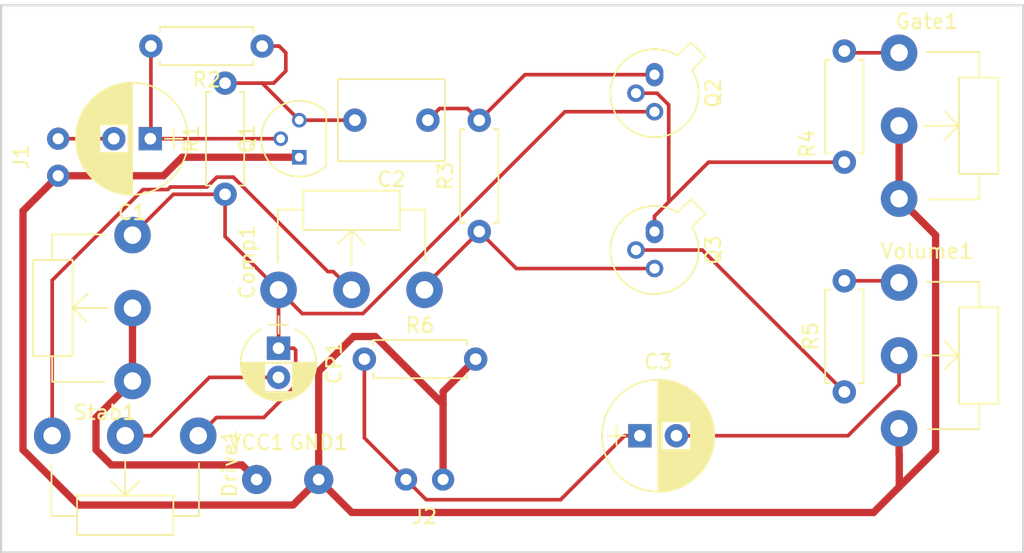
<source format=kicad_pcb>
(kicad_pcb (version 4) (host pcbnew 4.0.6)

  (general
    (links 35)
    (no_connects 35)
    (area 164.924999 94.924999 235.075001 132.575001)
    (thickness 1.6)
    (drawings 4)
    (tracks 117)
    (zones 0)
    (modules 22)
    (nets 16)
  )

  (page A4)
  (layers
    (0 F.Cu signal)
    (31 B.Cu signal)
    (32 B.Adhes user)
    (33 F.Adhes user)
    (34 B.Paste user)
    (35 F.Paste user)
    (36 B.SilkS user)
    (37 F.SilkS user)
    (38 B.Mask user)
    (39 F.Mask user)
    (40 Dwgs.User user)
    (41 Cmts.User user)
    (42 Eco1.User user)
    (43 Eco2.User user)
    (44 Edge.Cuts user)
    (45 Margin user)
    (46 B.CrtYd user)
    (47 F.CrtYd user)
    (48 B.Fab user)
    (49 F.Fab user)
  )

  (setup
    (last_trace_width 0.25)
    (trace_clearance 0.25)
    (zone_clearance 0.508)
    (zone_45_only no)
    (trace_min 0.25)
    (segment_width 0.2)
    (edge_width 0.15)
    (via_size 0.3)
    (via_drill 0.2)
    (via_min_size 0.3)
    (via_min_drill 0.2)
    (uvia_size 0.3)
    (uvia_drill 0.1)
    (uvias_allowed no)
    (uvia_min_size 0.2)
    (uvia_min_drill 0.1)
    (pcb_text_width 0.3)
    (pcb_text_size 1.5 1.5)
    (mod_edge_width 0.15)
    (mod_text_size 1 1)
    (mod_text_width 0.15)
    (pad_size 1.524 1.524)
    (pad_drill 0.762)
    (pad_to_mask_clearance 0.2)
    (aux_axis_origin 0 0)
    (visible_elements 7FFFFFFF)
    (pcbplotparams
      (layerselection 0x00030_80000001)
      (usegerberextensions false)
      (excludeedgelayer true)
      (linewidth 0.100000)
      (plotframeref false)
      (viasonmask false)
      (mode 1)
      (useauxorigin false)
      (hpglpennumber 1)
      (hpglpenspeed 20)
      (hpglpendiameter 15)
      (hpglpenoverlay 2)
      (psnegative false)
      (psa4output false)
      (plotreference true)
      (plotvalue true)
      (plotinvisibletext false)
      (padsonsilk false)
      (subtractmaskfromsilk false)
      (outputformat 1)
      (mirror false)
      (drillshape 0)
      (scaleselection 1)
      (outputdirectory ""))
  )

  (net 0 "")
  (net 1 "Net-(C1-Pad1)")
  (net 2 "Net-(C1-Pad2)")
  (net 3 "Net-(C2-Pad1)")
  (net 4 "Net-(C2-Pad2)")
  (net 5 "Net-(C3-Pad1)")
  (net 6 "Net-(C3-Pad2)")
  (net 7 "Net-(Comp1-Pad2)")
  (net 8 "Net-(CP1-Pad1)")
  (net 9 "Net-(CP1-Pad2)")
  (net 10 GND)
  (net 11 "Net-(Gate1-Pad1)")
  (net 12 "Net-(Q2-Pad2)")
  (net 13 "Net-(Q3-Pad2)")
  (net 14 "Net-(R5-Pad2)")
  (net 15 VCC)

  (net_class Default "This is the default net class."
    (clearance 0.25)
    (trace_width 0.25)
    (via_dia 0.3)
    (via_drill 0.2)
    (uvia_dia 0.3)
    (uvia_drill 0.1)
    (add_net "Net-(C1-Pad1)")
    (add_net "Net-(C1-Pad2)")
    (add_net "Net-(C2-Pad1)")
    (add_net "Net-(C2-Pad2)")
    (add_net "Net-(C3-Pad1)")
    (add_net "Net-(C3-Pad2)")
    (add_net "Net-(CP1-Pad1)")
    (add_net "Net-(CP1-Pad2)")
    (add_net "Net-(Comp1-Pad2)")
    (add_net "Net-(Gate1-Pad1)")
    (add_net "Net-(Q2-Pad2)")
    (add_net "Net-(Q3-Pad2)")
    (add_net "Net-(R5-Pad2)")
  )

  (net_class Power ""
    (clearance 0.5)
    (trace_width 0.5)
    (via_dia 0.6)
    (via_drill 0.4)
    (uvia_dia 0.3)
    (uvia_drill 0.1)
    (add_net GND)
    (add_net VCC)
  )

  (module Potentiometers:Potentiometer_WirePads (layer F.Cu) (tedit 58822A41) (tstamp 59FC403E)
    (at 226.5 114)
    (descr "Potentiometer, Wire Pads only, RevA, 30 July 2010,")
    (tags "Potentiometer Wire Pads only RevA 30 July 2010 ")
    (path /59F48A5C)
    (fp_text reference Volume1 (at 1.9 -2.15) (layer F.SilkS)
      (effects (font (size 1 1) (thickness 0.15)))
    )
    (fp_text value 5KL (at 2 12.2) (layer F.Fab)
      (effects (font (size 1 1) (thickness 0.15)))
    )
    (fp_line (start 4.05 5) (end 1.7 5) (layer F.SilkS) (width 0.12))
    (fp_line (start 5.5 10.05) (end 1.95 10.05) (layer F.SilkS) (width 0.12))
    (fp_line (start 5.5 8.3) (end 5.5 10.05) (layer F.SilkS) (width 0.12))
    (fp_line (start 5.5 1.7) (end 5.5 -0.05) (layer F.SilkS) (width 0.12))
    (fp_line (start 5.5 -0.05) (end 1.9 -0.05) (layer F.SilkS) (width 0.12))
    (fp_line (start 4.1 5) (end 3.1 5.95) (layer F.SilkS) (width 0.12))
    (fp_line (start 4.1 5.05) (end 3.15 4.05) (layer F.SilkS) (width 0.12))
    (fp_line (start 4.1 1.7) (end 6.8 1.7) (layer F.SilkS) (width 0.12))
    (fp_line (start 6.8 1.7) (end 6.8 8.3) (layer F.SilkS) (width 0.12))
    (fp_line (start 6.8 8.3) (end 4.1 8.3) (layer F.SilkS) (width 0.12))
    (fp_line (start 4.1 8.3) (end 4.1 1.7) (layer F.SilkS) (width 0.12))
    (fp_line (start -1.5 -1.5) (end 7.05 -1.5) (layer F.CrtYd) (width 0.05))
    (fp_line (start -1.5 -1.5) (end -1.5 11.5) (layer F.CrtYd) (width 0.05))
    (fp_line (start 7.05 11.5) (end 7.05 -1.5) (layer F.CrtYd) (width 0.05))
    (fp_line (start 7.05 11.5) (end -1.5 11.5) (layer F.CrtYd) (width 0.05))
    (pad 2 thru_hole circle (at 0 5) (size 2.5 2.5) (drill 1.2) (layers *.Cu *.Mask)
      (net 6 "Net-(C3-Pad2)"))
    (pad 3 thru_hole circle (at 0 10) (size 2.5 2.5) (drill 1.2) (layers *.Cu *.Mask)
      (net 10 GND))
    (pad 1 thru_hole circle (at 0 0) (size 2.5 2.5) (drill 1.2) (layers *.Cu *.Mask)
      (net 14 "Net-(R5-Pad2)"))
  )

  (module Capacitors_THT:CP_Radial_D7.5mm_P2.50mm (layer F.Cu) (tedit 597BC7C2) (tstamp 59FC3DC0)
    (at 175.22 104.14 180)
    (descr "CP, Radial series, Radial, pin pitch=2.50mm, , diameter=7.5mm, Electrolytic Capacitor")
    (tags "CP Radial series Radial pin pitch 2.50mm  diameter 7.5mm Electrolytic Capacitor")
    (path /59F45454)
    (fp_text reference C1 (at 1.25 -5.06 180) (layer F.SilkS)
      (effects (font (size 1 1) (thickness 0.15)))
    )
    (fp_text value 10uF (at 1.25 5.06 180) (layer F.Fab)
      (effects (font (size 1 1) (thickness 0.15)))
    )
    (fp_circle (center 1.25 0) (end 5 0) (layer F.Fab) (width 0.1))
    (fp_circle (center 1.25 0) (end 5.09 0) (layer F.SilkS) (width 0.12))
    (fp_line (start -2.2 0) (end -1 0) (layer F.Fab) (width 0.1))
    (fp_line (start -1.6 -0.65) (end -1.6 0.65) (layer F.Fab) (width 0.1))
    (fp_line (start 1.25 -3.8) (end 1.25 3.8) (layer F.SilkS) (width 0.12))
    (fp_line (start 1.29 -3.8) (end 1.29 3.8) (layer F.SilkS) (width 0.12))
    (fp_line (start 1.33 -3.8) (end 1.33 3.8) (layer F.SilkS) (width 0.12))
    (fp_line (start 1.37 -3.799) (end 1.37 3.799) (layer F.SilkS) (width 0.12))
    (fp_line (start 1.41 -3.797) (end 1.41 3.797) (layer F.SilkS) (width 0.12))
    (fp_line (start 1.45 -3.795) (end 1.45 3.795) (layer F.SilkS) (width 0.12))
    (fp_line (start 1.49 -3.793) (end 1.49 3.793) (layer F.SilkS) (width 0.12))
    (fp_line (start 1.53 -3.79) (end 1.53 -0.98) (layer F.SilkS) (width 0.12))
    (fp_line (start 1.53 0.98) (end 1.53 3.79) (layer F.SilkS) (width 0.12))
    (fp_line (start 1.57 -3.787) (end 1.57 -0.98) (layer F.SilkS) (width 0.12))
    (fp_line (start 1.57 0.98) (end 1.57 3.787) (layer F.SilkS) (width 0.12))
    (fp_line (start 1.61 -3.784) (end 1.61 -0.98) (layer F.SilkS) (width 0.12))
    (fp_line (start 1.61 0.98) (end 1.61 3.784) (layer F.SilkS) (width 0.12))
    (fp_line (start 1.65 -3.78) (end 1.65 -0.98) (layer F.SilkS) (width 0.12))
    (fp_line (start 1.65 0.98) (end 1.65 3.78) (layer F.SilkS) (width 0.12))
    (fp_line (start 1.69 -3.775) (end 1.69 -0.98) (layer F.SilkS) (width 0.12))
    (fp_line (start 1.69 0.98) (end 1.69 3.775) (layer F.SilkS) (width 0.12))
    (fp_line (start 1.73 -3.77) (end 1.73 -0.98) (layer F.SilkS) (width 0.12))
    (fp_line (start 1.73 0.98) (end 1.73 3.77) (layer F.SilkS) (width 0.12))
    (fp_line (start 1.77 -3.765) (end 1.77 -0.98) (layer F.SilkS) (width 0.12))
    (fp_line (start 1.77 0.98) (end 1.77 3.765) (layer F.SilkS) (width 0.12))
    (fp_line (start 1.81 -3.759) (end 1.81 -0.98) (layer F.SilkS) (width 0.12))
    (fp_line (start 1.81 0.98) (end 1.81 3.759) (layer F.SilkS) (width 0.12))
    (fp_line (start 1.85 -3.753) (end 1.85 -0.98) (layer F.SilkS) (width 0.12))
    (fp_line (start 1.85 0.98) (end 1.85 3.753) (layer F.SilkS) (width 0.12))
    (fp_line (start 1.89 -3.747) (end 1.89 -0.98) (layer F.SilkS) (width 0.12))
    (fp_line (start 1.89 0.98) (end 1.89 3.747) (layer F.SilkS) (width 0.12))
    (fp_line (start 1.93 -3.74) (end 1.93 -0.98) (layer F.SilkS) (width 0.12))
    (fp_line (start 1.93 0.98) (end 1.93 3.74) (layer F.SilkS) (width 0.12))
    (fp_line (start 1.971 -3.732) (end 1.971 -0.98) (layer F.SilkS) (width 0.12))
    (fp_line (start 1.971 0.98) (end 1.971 3.732) (layer F.SilkS) (width 0.12))
    (fp_line (start 2.011 -3.725) (end 2.011 -0.98) (layer F.SilkS) (width 0.12))
    (fp_line (start 2.011 0.98) (end 2.011 3.725) (layer F.SilkS) (width 0.12))
    (fp_line (start 2.051 -3.716) (end 2.051 -0.98) (layer F.SilkS) (width 0.12))
    (fp_line (start 2.051 0.98) (end 2.051 3.716) (layer F.SilkS) (width 0.12))
    (fp_line (start 2.091 -3.707) (end 2.091 -0.98) (layer F.SilkS) (width 0.12))
    (fp_line (start 2.091 0.98) (end 2.091 3.707) (layer F.SilkS) (width 0.12))
    (fp_line (start 2.131 -3.698) (end 2.131 -0.98) (layer F.SilkS) (width 0.12))
    (fp_line (start 2.131 0.98) (end 2.131 3.698) (layer F.SilkS) (width 0.12))
    (fp_line (start 2.171 -3.689) (end 2.171 -0.98) (layer F.SilkS) (width 0.12))
    (fp_line (start 2.171 0.98) (end 2.171 3.689) (layer F.SilkS) (width 0.12))
    (fp_line (start 2.211 -3.679) (end 2.211 -0.98) (layer F.SilkS) (width 0.12))
    (fp_line (start 2.211 0.98) (end 2.211 3.679) (layer F.SilkS) (width 0.12))
    (fp_line (start 2.251 -3.668) (end 2.251 -0.98) (layer F.SilkS) (width 0.12))
    (fp_line (start 2.251 0.98) (end 2.251 3.668) (layer F.SilkS) (width 0.12))
    (fp_line (start 2.291 -3.657) (end 2.291 -0.98) (layer F.SilkS) (width 0.12))
    (fp_line (start 2.291 0.98) (end 2.291 3.657) (layer F.SilkS) (width 0.12))
    (fp_line (start 2.331 -3.645) (end 2.331 -0.98) (layer F.SilkS) (width 0.12))
    (fp_line (start 2.331 0.98) (end 2.331 3.645) (layer F.SilkS) (width 0.12))
    (fp_line (start 2.371 -3.634) (end 2.371 -0.98) (layer F.SilkS) (width 0.12))
    (fp_line (start 2.371 0.98) (end 2.371 3.634) (layer F.SilkS) (width 0.12))
    (fp_line (start 2.411 -3.621) (end 2.411 -0.98) (layer F.SilkS) (width 0.12))
    (fp_line (start 2.411 0.98) (end 2.411 3.621) (layer F.SilkS) (width 0.12))
    (fp_line (start 2.451 -3.608) (end 2.451 -0.98) (layer F.SilkS) (width 0.12))
    (fp_line (start 2.451 0.98) (end 2.451 3.608) (layer F.SilkS) (width 0.12))
    (fp_line (start 2.491 -3.595) (end 2.491 -0.98) (layer F.SilkS) (width 0.12))
    (fp_line (start 2.491 0.98) (end 2.491 3.595) (layer F.SilkS) (width 0.12))
    (fp_line (start 2.531 -3.581) (end 2.531 -0.98) (layer F.SilkS) (width 0.12))
    (fp_line (start 2.531 0.98) (end 2.531 3.581) (layer F.SilkS) (width 0.12))
    (fp_line (start 2.571 -3.566) (end 2.571 -0.98) (layer F.SilkS) (width 0.12))
    (fp_line (start 2.571 0.98) (end 2.571 3.566) (layer F.SilkS) (width 0.12))
    (fp_line (start 2.611 -3.552) (end 2.611 -0.98) (layer F.SilkS) (width 0.12))
    (fp_line (start 2.611 0.98) (end 2.611 3.552) (layer F.SilkS) (width 0.12))
    (fp_line (start 2.651 -3.536) (end 2.651 -0.98) (layer F.SilkS) (width 0.12))
    (fp_line (start 2.651 0.98) (end 2.651 3.536) (layer F.SilkS) (width 0.12))
    (fp_line (start 2.691 -3.52) (end 2.691 -0.98) (layer F.SilkS) (width 0.12))
    (fp_line (start 2.691 0.98) (end 2.691 3.52) (layer F.SilkS) (width 0.12))
    (fp_line (start 2.731 -3.504) (end 2.731 -0.98) (layer F.SilkS) (width 0.12))
    (fp_line (start 2.731 0.98) (end 2.731 3.504) (layer F.SilkS) (width 0.12))
    (fp_line (start 2.771 -3.487) (end 2.771 -0.98) (layer F.SilkS) (width 0.12))
    (fp_line (start 2.771 0.98) (end 2.771 3.487) (layer F.SilkS) (width 0.12))
    (fp_line (start 2.811 -3.469) (end 2.811 -0.98) (layer F.SilkS) (width 0.12))
    (fp_line (start 2.811 0.98) (end 2.811 3.469) (layer F.SilkS) (width 0.12))
    (fp_line (start 2.851 -3.451) (end 2.851 -0.98) (layer F.SilkS) (width 0.12))
    (fp_line (start 2.851 0.98) (end 2.851 3.451) (layer F.SilkS) (width 0.12))
    (fp_line (start 2.891 -3.433) (end 2.891 -0.98) (layer F.SilkS) (width 0.12))
    (fp_line (start 2.891 0.98) (end 2.891 3.433) (layer F.SilkS) (width 0.12))
    (fp_line (start 2.931 -3.413) (end 2.931 -0.98) (layer F.SilkS) (width 0.12))
    (fp_line (start 2.931 0.98) (end 2.931 3.413) (layer F.SilkS) (width 0.12))
    (fp_line (start 2.971 -3.394) (end 2.971 -0.98) (layer F.SilkS) (width 0.12))
    (fp_line (start 2.971 0.98) (end 2.971 3.394) (layer F.SilkS) (width 0.12))
    (fp_line (start 3.011 -3.373) (end 3.011 -0.98) (layer F.SilkS) (width 0.12))
    (fp_line (start 3.011 0.98) (end 3.011 3.373) (layer F.SilkS) (width 0.12))
    (fp_line (start 3.051 -3.352) (end 3.051 -0.98) (layer F.SilkS) (width 0.12))
    (fp_line (start 3.051 0.98) (end 3.051 3.352) (layer F.SilkS) (width 0.12))
    (fp_line (start 3.091 -3.331) (end 3.091 -0.98) (layer F.SilkS) (width 0.12))
    (fp_line (start 3.091 0.98) (end 3.091 3.331) (layer F.SilkS) (width 0.12))
    (fp_line (start 3.131 -3.309) (end 3.131 -0.98) (layer F.SilkS) (width 0.12))
    (fp_line (start 3.131 0.98) (end 3.131 3.309) (layer F.SilkS) (width 0.12))
    (fp_line (start 3.171 -3.286) (end 3.171 -0.98) (layer F.SilkS) (width 0.12))
    (fp_line (start 3.171 0.98) (end 3.171 3.286) (layer F.SilkS) (width 0.12))
    (fp_line (start 3.211 -3.263) (end 3.211 -0.98) (layer F.SilkS) (width 0.12))
    (fp_line (start 3.211 0.98) (end 3.211 3.263) (layer F.SilkS) (width 0.12))
    (fp_line (start 3.251 -3.239) (end 3.251 -0.98) (layer F.SilkS) (width 0.12))
    (fp_line (start 3.251 0.98) (end 3.251 3.239) (layer F.SilkS) (width 0.12))
    (fp_line (start 3.291 -3.214) (end 3.291 -0.98) (layer F.SilkS) (width 0.12))
    (fp_line (start 3.291 0.98) (end 3.291 3.214) (layer F.SilkS) (width 0.12))
    (fp_line (start 3.331 -3.188) (end 3.331 -0.98) (layer F.SilkS) (width 0.12))
    (fp_line (start 3.331 0.98) (end 3.331 3.188) (layer F.SilkS) (width 0.12))
    (fp_line (start 3.371 -3.162) (end 3.371 -0.98) (layer F.SilkS) (width 0.12))
    (fp_line (start 3.371 0.98) (end 3.371 3.162) (layer F.SilkS) (width 0.12))
    (fp_line (start 3.411 -3.135) (end 3.411 -0.98) (layer F.SilkS) (width 0.12))
    (fp_line (start 3.411 0.98) (end 3.411 3.135) (layer F.SilkS) (width 0.12))
    (fp_line (start 3.451 -3.108) (end 3.451 -0.98) (layer F.SilkS) (width 0.12))
    (fp_line (start 3.451 0.98) (end 3.451 3.108) (layer F.SilkS) (width 0.12))
    (fp_line (start 3.491 -3.079) (end 3.491 3.079) (layer F.SilkS) (width 0.12))
    (fp_line (start 3.531 -3.05) (end 3.531 3.05) (layer F.SilkS) (width 0.12))
    (fp_line (start 3.571 -3.02) (end 3.571 3.02) (layer F.SilkS) (width 0.12))
    (fp_line (start 3.611 -2.99) (end 3.611 2.99) (layer F.SilkS) (width 0.12))
    (fp_line (start 3.651 -2.958) (end 3.651 2.958) (layer F.SilkS) (width 0.12))
    (fp_line (start 3.691 -2.926) (end 3.691 2.926) (layer F.SilkS) (width 0.12))
    (fp_line (start 3.731 -2.892) (end 3.731 2.892) (layer F.SilkS) (width 0.12))
    (fp_line (start 3.771 -2.858) (end 3.771 2.858) (layer F.SilkS) (width 0.12))
    (fp_line (start 3.811 -2.823) (end 3.811 2.823) (layer F.SilkS) (width 0.12))
    (fp_line (start 3.851 -2.786) (end 3.851 2.786) (layer F.SilkS) (width 0.12))
    (fp_line (start 3.891 -2.749) (end 3.891 2.749) (layer F.SilkS) (width 0.12))
    (fp_line (start 3.931 -2.711) (end 3.931 2.711) (layer F.SilkS) (width 0.12))
    (fp_line (start 3.971 -2.671) (end 3.971 2.671) (layer F.SilkS) (width 0.12))
    (fp_line (start 4.011 -2.63) (end 4.011 2.63) (layer F.SilkS) (width 0.12))
    (fp_line (start 4.051 -2.588) (end 4.051 2.588) (layer F.SilkS) (width 0.12))
    (fp_line (start 4.091 -2.545) (end 4.091 2.545) (layer F.SilkS) (width 0.12))
    (fp_line (start 4.131 -2.5) (end 4.131 2.5) (layer F.SilkS) (width 0.12))
    (fp_line (start 4.171 -2.454) (end 4.171 2.454) (layer F.SilkS) (width 0.12))
    (fp_line (start 4.211 -2.407) (end 4.211 2.407) (layer F.SilkS) (width 0.12))
    (fp_line (start 4.251 -2.357) (end 4.251 2.357) (layer F.SilkS) (width 0.12))
    (fp_line (start 4.291 -2.307) (end 4.291 2.307) (layer F.SilkS) (width 0.12))
    (fp_line (start 4.331 -2.254) (end 4.331 2.254) (layer F.SilkS) (width 0.12))
    (fp_line (start 4.371 -2.199) (end 4.371 2.199) (layer F.SilkS) (width 0.12))
    (fp_line (start 4.411 -2.142) (end 4.411 2.142) (layer F.SilkS) (width 0.12))
    (fp_line (start 4.451 -2.083) (end 4.451 2.083) (layer F.SilkS) (width 0.12))
    (fp_line (start 4.491 -2.022) (end 4.491 2.022) (layer F.SilkS) (width 0.12))
    (fp_line (start 4.531 -1.957) (end 4.531 1.957) (layer F.SilkS) (width 0.12))
    (fp_line (start 4.571 -1.89) (end 4.571 1.89) (layer F.SilkS) (width 0.12))
    (fp_line (start 4.611 -1.82) (end 4.611 1.82) (layer F.SilkS) (width 0.12))
    (fp_line (start 4.651 -1.745) (end 4.651 1.745) (layer F.SilkS) (width 0.12))
    (fp_line (start 4.691 -1.667) (end 4.691 1.667) (layer F.SilkS) (width 0.12))
    (fp_line (start 4.731 -1.584) (end 4.731 1.584) (layer F.SilkS) (width 0.12))
    (fp_line (start 4.771 -1.495) (end 4.771 1.495) (layer F.SilkS) (width 0.12))
    (fp_line (start 4.811 -1.4) (end 4.811 1.4) (layer F.SilkS) (width 0.12))
    (fp_line (start 4.851 -1.297) (end 4.851 1.297) (layer F.SilkS) (width 0.12))
    (fp_line (start 4.891 -1.184) (end 4.891 1.184) (layer F.SilkS) (width 0.12))
    (fp_line (start 4.931 -1.057) (end 4.931 1.057) (layer F.SilkS) (width 0.12))
    (fp_line (start 4.971 -0.913) (end 4.971 0.913) (layer F.SilkS) (width 0.12))
    (fp_line (start 5.011 -0.74) (end 5.011 0.74) (layer F.SilkS) (width 0.12))
    (fp_line (start 5.051 -0.513) (end 5.051 0.513) (layer F.SilkS) (width 0.12))
    (fp_line (start -2.2 0) (end -1 0) (layer F.SilkS) (width 0.12))
    (fp_line (start -1.6 -0.65) (end -1.6 0.65) (layer F.SilkS) (width 0.12))
    (fp_line (start -2.85 -4.1) (end -2.85 4.1) (layer F.CrtYd) (width 0.05))
    (fp_line (start -2.85 4.1) (end 5.35 4.1) (layer F.CrtYd) (width 0.05))
    (fp_line (start 5.35 4.1) (end 5.35 -4.1) (layer F.CrtYd) (width 0.05))
    (fp_line (start 5.35 -4.1) (end -2.85 -4.1) (layer F.CrtYd) (width 0.05))
    (fp_text user %R (at 1.25 0 180) (layer F.Fab)
      (effects (font (size 1 1) (thickness 0.15)))
    )
    (pad 1 thru_hole rect (at 0 0 180) (size 1.6 1.6) (drill 0.8) (layers *.Cu *.Mask)
      (net 1 "Net-(C1-Pad1)"))
    (pad 2 thru_hole circle (at 2.5 0 180) (size 1.6 1.6) (drill 0.8) (layers *.Cu *.Mask)
      (net 2 "Net-(C1-Pad2)"))
    (model ${KISYS3DMOD}/Capacitors_THT.3dshapes/CP_Radial_D7.5mm_P2.50mm.wrl
      (at (xyz 0 0 0))
      (scale (xyz 1 1 1))
      (rotate (xyz 0 0 0))
    )
  )

  (module Capacitors_THT:C_Rect_L7.2mm_W5.5mm_P5.00mm_FKS2_FKP2_MKS2_MKP2 (layer F.Cu) (tedit 597BC7C2) (tstamp 59FC3DD3)
    (at 194.23 102.87 180)
    (descr "C, Rect series, Radial, pin pitch=5.00mm, , length*width=7.2*5.5mm^2, Capacitor, http://www.wima.com/EN/WIMA_FKS_2.pdf")
    (tags "C Rect series Radial pin pitch 5.00mm  length 7.2mm width 5.5mm Capacitor")
    (path /59F466C1)
    (fp_text reference C2 (at 2.5 -4.06 180) (layer F.SilkS)
      (effects (font (size 1 1) (thickness 0.15)))
    )
    (fp_text value 100nF (at 2.5 4.06 180) (layer F.Fab)
      (effects (font (size 1 1) (thickness 0.15)))
    )
    (fp_line (start -1.1 -2.75) (end -1.1 2.75) (layer F.Fab) (width 0.1))
    (fp_line (start -1.1 2.75) (end 6.1 2.75) (layer F.Fab) (width 0.1))
    (fp_line (start 6.1 2.75) (end 6.1 -2.75) (layer F.Fab) (width 0.1))
    (fp_line (start 6.1 -2.75) (end -1.1 -2.75) (layer F.Fab) (width 0.1))
    (fp_line (start -1.16 -2.81) (end 6.16 -2.81) (layer F.SilkS) (width 0.12))
    (fp_line (start -1.16 2.81) (end 6.16 2.81) (layer F.SilkS) (width 0.12))
    (fp_line (start -1.16 -2.81) (end -1.16 2.81) (layer F.SilkS) (width 0.12))
    (fp_line (start 6.16 -2.81) (end 6.16 2.81) (layer F.SilkS) (width 0.12))
    (fp_line (start -1.45 -3.1) (end -1.45 3.1) (layer F.CrtYd) (width 0.05))
    (fp_line (start -1.45 3.1) (end 6.45 3.1) (layer F.CrtYd) (width 0.05))
    (fp_line (start 6.45 3.1) (end 6.45 -3.1) (layer F.CrtYd) (width 0.05))
    (fp_line (start 6.45 -3.1) (end -1.45 -3.1) (layer F.CrtYd) (width 0.05))
    (fp_text user %R (at 2.5 0 180) (layer F.Fab)
      (effects (font (size 1 1) (thickness 0.15)))
    )
    (pad 1 thru_hole circle (at 0 0 180) (size 1.6 1.6) (drill 0.8) (layers *.Cu *.Mask)
      (net 3 "Net-(C2-Pad1)"))
    (pad 2 thru_hole circle (at 5 0 180) (size 1.6 1.6) (drill 0.8) (layers *.Cu *.Mask)
      (net 4 "Net-(C2-Pad2)"))
    (model ${KISYS3DMOD}/Capacitors_THT.3dshapes/C_Rect_L7.2mm_W5.5mm_P5.00mm_FKS2_FKP2_MKS2_MKP2.wrl
      (at (xyz 0 0 0))
      (scale (xyz 1 1 1))
      (rotate (xyz 0 0 0))
    )
  )

  (module Capacitors_THT:CP_Radial_D7.5mm_P2.50mm (layer F.Cu) (tedit 597BC7C2) (tstamp 59FC3E75)
    (at 208.75 124.5)
    (descr "CP, Radial series, Radial, pin pitch=2.50mm, , diameter=7.5mm, Electrolytic Capacitor")
    (tags "CP Radial series Radial pin pitch 2.50mm  diameter 7.5mm Electrolytic Capacitor")
    (path /59F49105)
    (fp_text reference C3 (at 1.25 -5.06) (layer F.SilkS)
      (effects (font (size 1 1) (thickness 0.15)))
    )
    (fp_text value 10uF (at 1.25 5.06) (layer F.Fab)
      (effects (font (size 1 1) (thickness 0.15)))
    )
    (fp_circle (center 1.25 0) (end 5 0) (layer F.Fab) (width 0.1))
    (fp_circle (center 1.25 0) (end 5.09 0) (layer F.SilkS) (width 0.12))
    (fp_line (start -2.2 0) (end -1 0) (layer F.Fab) (width 0.1))
    (fp_line (start -1.6 -0.65) (end -1.6 0.65) (layer F.Fab) (width 0.1))
    (fp_line (start 1.25 -3.8) (end 1.25 3.8) (layer F.SilkS) (width 0.12))
    (fp_line (start 1.29 -3.8) (end 1.29 3.8) (layer F.SilkS) (width 0.12))
    (fp_line (start 1.33 -3.8) (end 1.33 3.8) (layer F.SilkS) (width 0.12))
    (fp_line (start 1.37 -3.799) (end 1.37 3.799) (layer F.SilkS) (width 0.12))
    (fp_line (start 1.41 -3.797) (end 1.41 3.797) (layer F.SilkS) (width 0.12))
    (fp_line (start 1.45 -3.795) (end 1.45 3.795) (layer F.SilkS) (width 0.12))
    (fp_line (start 1.49 -3.793) (end 1.49 3.793) (layer F.SilkS) (width 0.12))
    (fp_line (start 1.53 -3.79) (end 1.53 -0.98) (layer F.SilkS) (width 0.12))
    (fp_line (start 1.53 0.98) (end 1.53 3.79) (layer F.SilkS) (width 0.12))
    (fp_line (start 1.57 -3.787) (end 1.57 -0.98) (layer F.SilkS) (width 0.12))
    (fp_line (start 1.57 0.98) (end 1.57 3.787) (layer F.SilkS) (width 0.12))
    (fp_line (start 1.61 -3.784) (end 1.61 -0.98) (layer F.SilkS) (width 0.12))
    (fp_line (start 1.61 0.98) (end 1.61 3.784) (layer F.SilkS) (width 0.12))
    (fp_line (start 1.65 -3.78) (end 1.65 -0.98) (layer F.SilkS) (width 0.12))
    (fp_line (start 1.65 0.98) (end 1.65 3.78) (layer F.SilkS) (width 0.12))
    (fp_line (start 1.69 -3.775) (end 1.69 -0.98) (layer F.SilkS) (width 0.12))
    (fp_line (start 1.69 0.98) (end 1.69 3.775) (layer F.SilkS) (width 0.12))
    (fp_line (start 1.73 -3.77) (end 1.73 -0.98) (layer F.SilkS) (width 0.12))
    (fp_line (start 1.73 0.98) (end 1.73 3.77) (layer F.SilkS) (width 0.12))
    (fp_line (start 1.77 -3.765) (end 1.77 -0.98) (layer F.SilkS) (width 0.12))
    (fp_line (start 1.77 0.98) (end 1.77 3.765) (layer F.SilkS) (width 0.12))
    (fp_line (start 1.81 -3.759) (end 1.81 -0.98) (layer F.SilkS) (width 0.12))
    (fp_line (start 1.81 0.98) (end 1.81 3.759) (layer F.SilkS) (width 0.12))
    (fp_line (start 1.85 -3.753) (end 1.85 -0.98) (layer F.SilkS) (width 0.12))
    (fp_line (start 1.85 0.98) (end 1.85 3.753) (layer F.SilkS) (width 0.12))
    (fp_line (start 1.89 -3.747) (end 1.89 -0.98) (layer F.SilkS) (width 0.12))
    (fp_line (start 1.89 0.98) (end 1.89 3.747) (layer F.SilkS) (width 0.12))
    (fp_line (start 1.93 -3.74) (end 1.93 -0.98) (layer F.SilkS) (width 0.12))
    (fp_line (start 1.93 0.98) (end 1.93 3.74) (layer F.SilkS) (width 0.12))
    (fp_line (start 1.971 -3.732) (end 1.971 -0.98) (layer F.SilkS) (width 0.12))
    (fp_line (start 1.971 0.98) (end 1.971 3.732) (layer F.SilkS) (width 0.12))
    (fp_line (start 2.011 -3.725) (end 2.011 -0.98) (layer F.SilkS) (width 0.12))
    (fp_line (start 2.011 0.98) (end 2.011 3.725) (layer F.SilkS) (width 0.12))
    (fp_line (start 2.051 -3.716) (end 2.051 -0.98) (layer F.SilkS) (width 0.12))
    (fp_line (start 2.051 0.98) (end 2.051 3.716) (layer F.SilkS) (width 0.12))
    (fp_line (start 2.091 -3.707) (end 2.091 -0.98) (layer F.SilkS) (width 0.12))
    (fp_line (start 2.091 0.98) (end 2.091 3.707) (layer F.SilkS) (width 0.12))
    (fp_line (start 2.131 -3.698) (end 2.131 -0.98) (layer F.SilkS) (width 0.12))
    (fp_line (start 2.131 0.98) (end 2.131 3.698) (layer F.SilkS) (width 0.12))
    (fp_line (start 2.171 -3.689) (end 2.171 -0.98) (layer F.SilkS) (width 0.12))
    (fp_line (start 2.171 0.98) (end 2.171 3.689) (layer F.SilkS) (width 0.12))
    (fp_line (start 2.211 -3.679) (end 2.211 -0.98) (layer F.SilkS) (width 0.12))
    (fp_line (start 2.211 0.98) (end 2.211 3.679) (layer F.SilkS) (width 0.12))
    (fp_line (start 2.251 -3.668) (end 2.251 -0.98) (layer F.SilkS) (width 0.12))
    (fp_line (start 2.251 0.98) (end 2.251 3.668) (layer F.SilkS) (width 0.12))
    (fp_line (start 2.291 -3.657) (end 2.291 -0.98) (layer F.SilkS) (width 0.12))
    (fp_line (start 2.291 0.98) (end 2.291 3.657) (layer F.SilkS) (width 0.12))
    (fp_line (start 2.331 -3.645) (end 2.331 -0.98) (layer F.SilkS) (width 0.12))
    (fp_line (start 2.331 0.98) (end 2.331 3.645) (layer F.SilkS) (width 0.12))
    (fp_line (start 2.371 -3.634) (end 2.371 -0.98) (layer F.SilkS) (width 0.12))
    (fp_line (start 2.371 0.98) (end 2.371 3.634) (layer F.SilkS) (width 0.12))
    (fp_line (start 2.411 -3.621) (end 2.411 -0.98) (layer F.SilkS) (width 0.12))
    (fp_line (start 2.411 0.98) (end 2.411 3.621) (layer F.SilkS) (width 0.12))
    (fp_line (start 2.451 -3.608) (end 2.451 -0.98) (layer F.SilkS) (width 0.12))
    (fp_line (start 2.451 0.98) (end 2.451 3.608) (layer F.SilkS) (width 0.12))
    (fp_line (start 2.491 -3.595) (end 2.491 -0.98) (layer F.SilkS) (width 0.12))
    (fp_line (start 2.491 0.98) (end 2.491 3.595) (layer F.SilkS) (width 0.12))
    (fp_line (start 2.531 -3.581) (end 2.531 -0.98) (layer F.SilkS) (width 0.12))
    (fp_line (start 2.531 0.98) (end 2.531 3.581) (layer F.SilkS) (width 0.12))
    (fp_line (start 2.571 -3.566) (end 2.571 -0.98) (layer F.SilkS) (width 0.12))
    (fp_line (start 2.571 0.98) (end 2.571 3.566) (layer F.SilkS) (width 0.12))
    (fp_line (start 2.611 -3.552) (end 2.611 -0.98) (layer F.SilkS) (width 0.12))
    (fp_line (start 2.611 0.98) (end 2.611 3.552) (layer F.SilkS) (width 0.12))
    (fp_line (start 2.651 -3.536) (end 2.651 -0.98) (layer F.SilkS) (width 0.12))
    (fp_line (start 2.651 0.98) (end 2.651 3.536) (layer F.SilkS) (width 0.12))
    (fp_line (start 2.691 -3.52) (end 2.691 -0.98) (layer F.SilkS) (width 0.12))
    (fp_line (start 2.691 0.98) (end 2.691 3.52) (layer F.SilkS) (width 0.12))
    (fp_line (start 2.731 -3.504) (end 2.731 -0.98) (layer F.SilkS) (width 0.12))
    (fp_line (start 2.731 0.98) (end 2.731 3.504) (layer F.SilkS) (width 0.12))
    (fp_line (start 2.771 -3.487) (end 2.771 -0.98) (layer F.SilkS) (width 0.12))
    (fp_line (start 2.771 0.98) (end 2.771 3.487) (layer F.SilkS) (width 0.12))
    (fp_line (start 2.811 -3.469) (end 2.811 -0.98) (layer F.SilkS) (width 0.12))
    (fp_line (start 2.811 0.98) (end 2.811 3.469) (layer F.SilkS) (width 0.12))
    (fp_line (start 2.851 -3.451) (end 2.851 -0.98) (layer F.SilkS) (width 0.12))
    (fp_line (start 2.851 0.98) (end 2.851 3.451) (layer F.SilkS) (width 0.12))
    (fp_line (start 2.891 -3.433) (end 2.891 -0.98) (layer F.SilkS) (width 0.12))
    (fp_line (start 2.891 0.98) (end 2.891 3.433) (layer F.SilkS) (width 0.12))
    (fp_line (start 2.931 -3.413) (end 2.931 -0.98) (layer F.SilkS) (width 0.12))
    (fp_line (start 2.931 0.98) (end 2.931 3.413) (layer F.SilkS) (width 0.12))
    (fp_line (start 2.971 -3.394) (end 2.971 -0.98) (layer F.SilkS) (width 0.12))
    (fp_line (start 2.971 0.98) (end 2.971 3.394) (layer F.SilkS) (width 0.12))
    (fp_line (start 3.011 -3.373) (end 3.011 -0.98) (layer F.SilkS) (width 0.12))
    (fp_line (start 3.011 0.98) (end 3.011 3.373) (layer F.SilkS) (width 0.12))
    (fp_line (start 3.051 -3.352) (end 3.051 -0.98) (layer F.SilkS) (width 0.12))
    (fp_line (start 3.051 0.98) (end 3.051 3.352) (layer F.SilkS) (width 0.12))
    (fp_line (start 3.091 -3.331) (end 3.091 -0.98) (layer F.SilkS) (width 0.12))
    (fp_line (start 3.091 0.98) (end 3.091 3.331) (layer F.SilkS) (width 0.12))
    (fp_line (start 3.131 -3.309) (end 3.131 -0.98) (layer F.SilkS) (width 0.12))
    (fp_line (start 3.131 0.98) (end 3.131 3.309) (layer F.SilkS) (width 0.12))
    (fp_line (start 3.171 -3.286) (end 3.171 -0.98) (layer F.SilkS) (width 0.12))
    (fp_line (start 3.171 0.98) (end 3.171 3.286) (layer F.SilkS) (width 0.12))
    (fp_line (start 3.211 -3.263) (end 3.211 -0.98) (layer F.SilkS) (width 0.12))
    (fp_line (start 3.211 0.98) (end 3.211 3.263) (layer F.SilkS) (width 0.12))
    (fp_line (start 3.251 -3.239) (end 3.251 -0.98) (layer F.SilkS) (width 0.12))
    (fp_line (start 3.251 0.98) (end 3.251 3.239) (layer F.SilkS) (width 0.12))
    (fp_line (start 3.291 -3.214) (end 3.291 -0.98) (layer F.SilkS) (width 0.12))
    (fp_line (start 3.291 0.98) (end 3.291 3.214) (layer F.SilkS) (width 0.12))
    (fp_line (start 3.331 -3.188) (end 3.331 -0.98) (layer F.SilkS) (width 0.12))
    (fp_line (start 3.331 0.98) (end 3.331 3.188) (layer F.SilkS) (width 0.12))
    (fp_line (start 3.371 -3.162) (end 3.371 -0.98) (layer F.SilkS) (width 0.12))
    (fp_line (start 3.371 0.98) (end 3.371 3.162) (layer F.SilkS) (width 0.12))
    (fp_line (start 3.411 -3.135) (end 3.411 -0.98) (layer F.SilkS) (width 0.12))
    (fp_line (start 3.411 0.98) (end 3.411 3.135) (layer F.SilkS) (width 0.12))
    (fp_line (start 3.451 -3.108) (end 3.451 -0.98) (layer F.SilkS) (width 0.12))
    (fp_line (start 3.451 0.98) (end 3.451 3.108) (layer F.SilkS) (width 0.12))
    (fp_line (start 3.491 -3.079) (end 3.491 3.079) (layer F.SilkS) (width 0.12))
    (fp_line (start 3.531 -3.05) (end 3.531 3.05) (layer F.SilkS) (width 0.12))
    (fp_line (start 3.571 -3.02) (end 3.571 3.02) (layer F.SilkS) (width 0.12))
    (fp_line (start 3.611 -2.99) (end 3.611 2.99) (layer F.SilkS) (width 0.12))
    (fp_line (start 3.651 -2.958) (end 3.651 2.958) (layer F.SilkS) (width 0.12))
    (fp_line (start 3.691 -2.926) (end 3.691 2.926) (layer F.SilkS) (width 0.12))
    (fp_line (start 3.731 -2.892) (end 3.731 2.892) (layer F.SilkS) (width 0.12))
    (fp_line (start 3.771 -2.858) (end 3.771 2.858) (layer F.SilkS) (width 0.12))
    (fp_line (start 3.811 -2.823) (end 3.811 2.823) (layer F.SilkS) (width 0.12))
    (fp_line (start 3.851 -2.786) (end 3.851 2.786) (layer F.SilkS) (width 0.12))
    (fp_line (start 3.891 -2.749) (end 3.891 2.749) (layer F.SilkS) (width 0.12))
    (fp_line (start 3.931 -2.711) (end 3.931 2.711) (layer F.SilkS) (width 0.12))
    (fp_line (start 3.971 -2.671) (end 3.971 2.671) (layer F.SilkS) (width 0.12))
    (fp_line (start 4.011 -2.63) (end 4.011 2.63) (layer F.SilkS) (width 0.12))
    (fp_line (start 4.051 -2.588) (end 4.051 2.588) (layer F.SilkS) (width 0.12))
    (fp_line (start 4.091 -2.545) (end 4.091 2.545) (layer F.SilkS) (width 0.12))
    (fp_line (start 4.131 -2.5) (end 4.131 2.5) (layer F.SilkS) (width 0.12))
    (fp_line (start 4.171 -2.454) (end 4.171 2.454) (layer F.SilkS) (width 0.12))
    (fp_line (start 4.211 -2.407) (end 4.211 2.407) (layer F.SilkS) (width 0.12))
    (fp_line (start 4.251 -2.357) (end 4.251 2.357) (layer F.SilkS) (width 0.12))
    (fp_line (start 4.291 -2.307) (end 4.291 2.307) (layer F.SilkS) (width 0.12))
    (fp_line (start 4.331 -2.254) (end 4.331 2.254) (layer F.SilkS) (width 0.12))
    (fp_line (start 4.371 -2.199) (end 4.371 2.199) (layer F.SilkS) (width 0.12))
    (fp_line (start 4.411 -2.142) (end 4.411 2.142) (layer F.SilkS) (width 0.12))
    (fp_line (start 4.451 -2.083) (end 4.451 2.083) (layer F.SilkS) (width 0.12))
    (fp_line (start 4.491 -2.022) (end 4.491 2.022) (layer F.SilkS) (width 0.12))
    (fp_line (start 4.531 -1.957) (end 4.531 1.957) (layer F.SilkS) (width 0.12))
    (fp_line (start 4.571 -1.89) (end 4.571 1.89) (layer F.SilkS) (width 0.12))
    (fp_line (start 4.611 -1.82) (end 4.611 1.82) (layer F.SilkS) (width 0.12))
    (fp_line (start 4.651 -1.745) (end 4.651 1.745) (layer F.SilkS) (width 0.12))
    (fp_line (start 4.691 -1.667) (end 4.691 1.667) (layer F.SilkS) (width 0.12))
    (fp_line (start 4.731 -1.584) (end 4.731 1.584) (layer F.SilkS) (width 0.12))
    (fp_line (start 4.771 -1.495) (end 4.771 1.495) (layer F.SilkS) (width 0.12))
    (fp_line (start 4.811 -1.4) (end 4.811 1.4) (layer F.SilkS) (width 0.12))
    (fp_line (start 4.851 -1.297) (end 4.851 1.297) (layer F.SilkS) (width 0.12))
    (fp_line (start 4.891 -1.184) (end 4.891 1.184) (layer F.SilkS) (width 0.12))
    (fp_line (start 4.931 -1.057) (end 4.931 1.057) (layer F.SilkS) (width 0.12))
    (fp_line (start 4.971 -0.913) (end 4.971 0.913) (layer F.SilkS) (width 0.12))
    (fp_line (start 5.011 -0.74) (end 5.011 0.74) (layer F.SilkS) (width 0.12))
    (fp_line (start 5.051 -0.513) (end 5.051 0.513) (layer F.SilkS) (width 0.12))
    (fp_line (start -2.2 0) (end -1 0) (layer F.SilkS) (width 0.12))
    (fp_line (start -1.6 -0.65) (end -1.6 0.65) (layer F.SilkS) (width 0.12))
    (fp_line (start -2.85 -4.1) (end -2.85 4.1) (layer F.CrtYd) (width 0.05))
    (fp_line (start -2.85 4.1) (end 5.35 4.1) (layer F.CrtYd) (width 0.05))
    (fp_line (start 5.35 4.1) (end 5.35 -4.1) (layer F.CrtYd) (width 0.05))
    (fp_line (start 5.35 -4.1) (end -2.85 -4.1) (layer F.CrtYd) (width 0.05))
    (fp_text user %R (at 1.25 0) (layer F.Fab)
      (effects (font (size 1 1) (thickness 0.15)))
    )
    (pad 1 thru_hole rect (at 0 0) (size 1.6 1.6) (drill 0.8) (layers *.Cu *.Mask)
      (net 5 "Net-(C3-Pad1)"))
    (pad 2 thru_hole circle (at 2.5 0) (size 1.6 1.6) (drill 0.8) (layers *.Cu *.Mask)
      (net 6 "Net-(C3-Pad2)"))
    (model ${KISYS3DMOD}/Capacitors_THT.3dshapes/CP_Radial_D7.5mm_P2.50mm.wrl
      (at (xyz 0 0 0))
      (scale (xyz 1 1 1))
      (rotate (xyz 0 0 0))
    )
  )

  (module Potentiometers:Potentiometer_WirePads (layer F.Cu) (tedit 58822A41) (tstamp 59FC3E8B)
    (at 184 114.5 90)
    (descr "Potentiometer, Wire Pads only, RevA, 30 July 2010,")
    (tags "Potentiometer Wire Pads only RevA 30 July 2010 ")
    (path /59F487AE)
    (fp_text reference Comp1 (at 1.9 -2.15 90) (layer F.SilkS)
      (effects (font (size 1 1) (thickness 0.15)))
    )
    (fp_text value 10KL (at 2 12.2 90) (layer F.Fab)
      (effects (font (size 1 1) (thickness 0.15)))
    )
    (fp_line (start 4.05 5) (end 1.7 5) (layer F.SilkS) (width 0.12))
    (fp_line (start 5.5 10.05) (end 1.95 10.05) (layer F.SilkS) (width 0.12))
    (fp_line (start 5.5 8.3) (end 5.5 10.05) (layer F.SilkS) (width 0.12))
    (fp_line (start 5.5 1.7) (end 5.5 -0.05) (layer F.SilkS) (width 0.12))
    (fp_line (start 5.5 -0.05) (end 1.9 -0.05) (layer F.SilkS) (width 0.12))
    (fp_line (start 4.1 5) (end 3.1 5.95) (layer F.SilkS) (width 0.12))
    (fp_line (start 4.1 5.05) (end 3.15 4.05) (layer F.SilkS) (width 0.12))
    (fp_line (start 4.1 1.7) (end 6.8 1.7) (layer F.SilkS) (width 0.12))
    (fp_line (start 6.8 1.7) (end 6.8 8.3) (layer F.SilkS) (width 0.12))
    (fp_line (start 6.8 8.3) (end 4.1 8.3) (layer F.SilkS) (width 0.12))
    (fp_line (start 4.1 8.3) (end 4.1 1.7) (layer F.SilkS) (width 0.12))
    (fp_line (start -1.5 -1.5) (end 7.05 -1.5) (layer F.CrtYd) (width 0.05))
    (fp_line (start -1.5 -1.5) (end -1.5 11.5) (layer F.CrtYd) (width 0.05))
    (fp_line (start 7.05 11.5) (end 7.05 -1.5) (layer F.CrtYd) (width 0.05))
    (fp_line (start 7.05 11.5) (end -1.5 11.5) (layer F.CrtYd) (width 0.05))
    (pad 2 thru_hole circle (at 0 5 90) (size 2.5 2.5) (drill 1.2) (layers *.Cu *.Mask)
      (net 7 "Net-(Comp1-Pad2)"))
    (pad 3 thru_hole circle (at 0 10 90) (size 2.5 2.5) (drill 1.2) (layers *.Cu *.Mask)
      (net 7 "Net-(Comp1-Pad2)"))
    (pad 1 thru_hole circle (at 0 0 90) (size 2.5 2.5) (drill 1.2) (layers *.Cu *.Mask)
      (net 8 "Net-(CP1-Pad1)"))
  )

  (module Capacitors_THT:CP_Radial_D5.0mm_P2.00mm (layer F.Cu) (tedit 597BC7C2) (tstamp 59FC3F10)
    (at 184 118.5 270)
    (descr "CP, Radial series, Radial, pin pitch=2.00mm, , diameter=5mm, Electrolytic Capacitor")
    (tags "CP Radial series Radial pin pitch 2.00mm  diameter 5mm Electrolytic Capacitor")
    (path /59F48EFC)
    (fp_text reference CP1 (at 1 -3.81 270) (layer F.SilkS)
      (effects (font (size 1 1) (thickness 0.15)))
    )
    (fp_text value 10uF (at 1 3.81 270) (layer F.Fab)
      (effects (font (size 1 1) (thickness 0.15)))
    )
    (fp_arc (start 1 0) (end -1.30558 -1.18) (angle 125.8) (layer F.SilkS) (width 0.12))
    (fp_arc (start 1 0) (end -1.30558 1.18) (angle -125.8) (layer F.SilkS) (width 0.12))
    (fp_arc (start 1 0) (end 3.30558 -1.18) (angle 54.2) (layer F.SilkS) (width 0.12))
    (fp_circle (center 1 0) (end 3.5 0) (layer F.Fab) (width 0.1))
    (fp_line (start -2.2 0) (end -1 0) (layer F.Fab) (width 0.1))
    (fp_line (start -1.6 -0.65) (end -1.6 0.65) (layer F.Fab) (width 0.1))
    (fp_line (start 1 -2.55) (end 1 2.55) (layer F.SilkS) (width 0.12))
    (fp_line (start 1.04 -2.55) (end 1.04 -0.98) (layer F.SilkS) (width 0.12))
    (fp_line (start 1.04 0.98) (end 1.04 2.55) (layer F.SilkS) (width 0.12))
    (fp_line (start 1.08 -2.549) (end 1.08 -0.98) (layer F.SilkS) (width 0.12))
    (fp_line (start 1.08 0.98) (end 1.08 2.549) (layer F.SilkS) (width 0.12))
    (fp_line (start 1.12 -2.548) (end 1.12 -0.98) (layer F.SilkS) (width 0.12))
    (fp_line (start 1.12 0.98) (end 1.12 2.548) (layer F.SilkS) (width 0.12))
    (fp_line (start 1.16 -2.546) (end 1.16 -0.98) (layer F.SilkS) (width 0.12))
    (fp_line (start 1.16 0.98) (end 1.16 2.546) (layer F.SilkS) (width 0.12))
    (fp_line (start 1.2 -2.543) (end 1.2 -0.98) (layer F.SilkS) (width 0.12))
    (fp_line (start 1.2 0.98) (end 1.2 2.543) (layer F.SilkS) (width 0.12))
    (fp_line (start 1.24 -2.539) (end 1.24 -0.98) (layer F.SilkS) (width 0.12))
    (fp_line (start 1.24 0.98) (end 1.24 2.539) (layer F.SilkS) (width 0.12))
    (fp_line (start 1.28 -2.535) (end 1.28 -0.98) (layer F.SilkS) (width 0.12))
    (fp_line (start 1.28 0.98) (end 1.28 2.535) (layer F.SilkS) (width 0.12))
    (fp_line (start 1.32 -2.531) (end 1.32 -0.98) (layer F.SilkS) (width 0.12))
    (fp_line (start 1.32 0.98) (end 1.32 2.531) (layer F.SilkS) (width 0.12))
    (fp_line (start 1.36 -2.525) (end 1.36 -0.98) (layer F.SilkS) (width 0.12))
    (fp_line (start 1.36 0.98) (end 1.36 2.525) (layer F.SilkS) (width 0.12))
    (fp_line (start 1.4 -2.519) (end 1.4 -0.98) (layer F.SilkS) (width 0.12))
    (fp_line (start 1.4 0.98) (end 1.4 2.519) (layer F.SilkS) (width 0.12))
    (fp_line (start 1.44 -2.513) (end 1.44 -0.98) (layer F.SilkS) (width 0.12))
    (fp_line (start 1.44 0.98) (end 1.44 2.513) (layer F.SilkS) (width 0.12))
    (fp_line (start 1.48 -2.506) (end 1.48 -0.98) (layer F.SilkS) (width 0.12))
    (fp_line (start 1.48 0.98) (end 1.48 2.506) (layer F.SilkS) (width 0.12))
    (fp_line (start 1.52 -2.498) (end 1.52 -0.98) (layer F.SilkS) (width 0.12))
    (fp_line (start 1.52 0.98) (end 1.52 2.498) (layer F.SilkS) (width 0.12))
    (fp_line (start 1.56 -2.489) (end 1.56 -0.98) (layer F.SilkS) (width 0.12))
    (fp_line (start 1.56 0.98) (end 1.56 2.489) (layer F.SilkS) (width 0.12))
    (fp_line (start 1.6 -2.48) (end 1.6 -0.98) (layer F.SilkS) (width 0.12))
    (fp_line (start 1.6 0.98) (end 1.6 2.48) (layer F.SilkS) (width 0.12))
    (fp_line (start 1.64 -2.47) (end 1.64 -0.98) (layer F.SilkS) (width 0.12))
    (fp_line (start 1.64 0.98) (end 1.64 2.47) (layer F.SilkS) (width 0.12))
    (fp_line (start 1.68 -2.46) (end 1.68 -0.98) (layer F.SilkS) (width 0.12))
    (fp_line (start 1.68 0.98) (end 1.68 2.46) (layer F.SilkS) (width 0.12))
    (fp_line (start 1.721 -2.448) (end 1.721 -0.98) (layer F.SilkS) (width 0.12))
    (fp_line (start 1.721 0.98) (end 1.721 2.448) (layer F.SilkS) (width 0.12))
    (fp_line (start 1.761 -2.436) (end 1.761 -0.98) (layer F.SilkS) (width 0.12))
    (fp_line (start 1.761 0.98) (end 1.761 2.436) (layer F.SilkS) (width 0.12))
    (fp_line (start 1.801 -2.424) (end 1.801 -0.98) (layer F.SilkS) (width 0.12))
    (fp_line (start 1.801 0.98) (end 1.801 2.424) (layer F.SilkS) (width 0.12))
    (fp_line (start 1.841 -2.41) (end 1.841 -0.98) (layer F.SilkS) (width 0.12))
    (fp_line (start 1.841 0.98) (end 1.841 2.41) (layer F.SilkS) (width 0.12))
    (fp_line (start 1.881 -2.396) (end 1.881 -0.98) (layer F.SilkS) (width 0.12))
    (fp_line (start 1.881 0.98) (end 1.881 2.396) (layer F.SilkS) (width 0.12))
    (fp_line (start 1.921 -2.382) (end 1.921 -0.98) (layer F.SilkS) (width 0.12))
    (fp_line (start 1.921 0.98) (end 1.921 2.382) (layer F.SilkS) (width 0.12))
    (fp_line (start 1.961 -2.366) (end 1.961 -0.98) (layer F.SilkS) (width 0.12))
    (fp_line (start 1.961 0.98) (end 1.961 2.366) (layer F.SilkS) (width 0.12))
    (fp_line (start 2.001 -2.35) (end 2.001 -0.98) (layer F.SilkS) (width 0.12))
    (fp_line (start 2.001 0.98) (end 2.001 2.35) (layer F.SilkS) (width 0.12))
    (fp_line (start 2.041 -2.333) (end 2.041 -0.98) (layer F.SilkS) (width 0.12))
    (fp_line (start 2.041 0.98) (end 2.041 2.333) (layer F.SilkS) (width 0.12))
    (fp_line (start 2.081 -2.315) (end 2.081 -0.98) (layer F.SilkS) (width 0.12))
    (fp_line (start 2.081 0.98) (end 2.081 2.315) (layer F.SilkS) (width 0.12))
    (fp_line (start 2.121 -2.296) (end 2.121 -0.98) (layer F.SilkS) (width 0.12))
    (fp_line (start 2.121 0.98) (end 2.121 2.296) (layer F.SilkS) (width 0.12))
    (fp_line (start 2.161 -2.276) (end 2.161 -0.98) (layer F.SilkS) (width 0.12))
    (fp_line (start 2.161 0.98) (end 2.161 2.276) (layer F.SilkS) (width 0.12))
    (fp_line (start 2.201 -2.256) (end 2.201 -0.98) (layer F.SilkS) (width 0.12))
    (fp_line (start 2.201 0.98) (end 2.201 2.256) (layer F.SilkS) (width 0.12))
    (fp_line (start 2.241 -2.234) (end 2.241 -0.98) (layer F.SilkS) (width 0.12))
    (fp_line (start 2.241 0.98) (end 2.241 2.234) (layer F.SilkS) (width 0.12))
    (fp_line (start 2.281 -2.212) (end 2.281 -0.98) (layer F.SilkS) (width 0.12))
    (fp_line (start 2.281 0.98) (end 2.281 2.212) (layer F.SilkS) (width 0.12))
    (fp_line (start 2.321 -2.189) (end 2.321 -0.98) (layer F.SilkS) (width 0.12))
    (fp_line (start 2.321 0.98) (end 2.321 2.189) (layer F.SilkS) (width 0.12))
    (fp_line (start 2.361 -2.165) (end 2.361 -0.98) (layer F.SilkS) (width 0.12))
    (fp_line (start 2.361 0.98) (end 2.361 2.165) (layer F.SilkS) (width 0.12))
    (fp_line (start 2.401 -2.14) (end 2.401 -0.98) (layer F.SilkS) (width 0.12))
    (fp_line (start 2.401 0.98) (end 2.401 2.14) (layer F.SilkS) (width 0.12))
    (fp_line (start 2.441 -2.113) (end 2.441 -0.98) (layer F.SilkS) (width 0.12))
    (fp_line (start 2.441 0.98) (end 2.441 2.113) (layer F.SilkS) (width 0.12))
    (fp_line (start 2.481 -2.086) (end 2.481 -0.98) (layer F.SilkS) (width 0.12))
    (fp_line (start 2.481 0.98) (end 2.481 2.086) (layer F.SilkS) (width 0.12))
    (fp_line (start 2.521 -2.058) (end 2.521 -0.98) (layer F.SilkS) (width 0.12))
    (fp_line (start 2.521 0.98) (end 2.521 2.058) (layer F.SilkS) (width 0.12))
    (fp_line (start 2.561 -2.028) (end 2.561 -0.98) (layer F.SilkS) (width 0.12))
    (fp_line (start 2.561 0.98) (end 2.561 2.028) (layer F.SilkS) (width 0.12))
    (fp_line (start 2.601 -1.997) (end 2.601 -0.98) (layer F.SilkS) (width 0.12))
    (fp_line (start 2.601 0.98) (end 2.601 1.997) (layer F.SilkS) (width 0.12))
    (fp_line (start 2.641 -1.965) (end 2.641 -0.98) (layer F.SilkS) (width 0.12))
    (fp_line (start 2.641 0.98) (end 2.641 1.965) (layer F.SilkS) (width 0.12))
    (fp_line (start 2.681 -1.932) (end 2.681 -0.98) (layer F.SilkS) (width 0.12))
    (fp_line (start 2.681 0.98) (end 2.681 1.932) (layer F.SilkS) (width 0.12))
    (fp_line (start 2.721 -1.897) (end 2.721 -0.98) (layer F.SilkS) (width 0.12))
    (fp_line (start 2.721 0.98) (end 2.721 1.897) (layer F.SilkS) (width 0.12))
    (fp_line (start 2.761 -1.861) (end 2.761 -0.98) (layer F.SilkS) (width 0.12))
    (fp_line (start 2.761 0.98) (end 2.761 1.861) (layer F.SilkS) (width 0.12))
    (fp_line (start 2.801 -1.823) (end 2.801 -0.98) (layer F.SilkS) (width 0.12))
    (fp_line (start 2.801 0.98) (end 2.801 1.823) (layer F.SilkS) (width 0.12))
    (fp_line (start 2.841 -1.783) (end 2.841 -0.98) (layer F.SilkS) (width 0.12))
    (fp_line (start 2.841 0.98) (end 2.841 1.783) (layer F.SilkS) (width 0.12))
    (fp_line (start 2.881 -1.742) (end 2.881 -0.98) (layer F.SilkS) (width 0.12))
    (fp_line (start 2.881 0.98) (end 2.881 1.742) (layer F.SilkS) (width 0.12))
    (fp_line (start 2.921 -1.699) (end 2.921 -0.98) (layer F.SilkS) (width 0.12))
    (fp_line (start 2.921 0.98) (end 2.921 1.699) (layer F.SilkS) (width 0.12))
    (fp_line (start 2.961 -1.654) (end 2.961 -0.98) (layer F.SilkS) (width 0.12))
    (fp_line (start 2.961 0.98) (end 2.961 1.654) (layer F.SilkS) (width 0.12))
    (fp_line (start 3.001 -1.606) (end 3.001 1.606) (layer F.SilkS) (width 0.12))
    (fp_line (start 3.041 -1.556) (end 3.041 1.556) (layer F.SilkS) (width 0.12))
    (fp_line (start 3.081 -1.504) (end 3.081 1.504) (layer F.SilkS) (width 0.12))
    (fp_line (start 3.121 -1.448) (end 3.121 1.448) (layer F.SilkS) (width 0.12))
    (fp_line (start 3.161 -1.39) (end 3.161 1.39) (layer F.SilkS) (width 0.12))
    (fp_line (start 3.201 -1.327) (end 3.201 1.327) (layer F.SilkS) (width 0.12))
    (fp_line (start 3.241 -1.261) (end 3.241 1.261) (layer F.SilkS) (width 0.12))
    (fp_line (start 3.281 -1.189) (end 3.281 1.189) (layer F.SilkS) (width 0.12))
    (fp_line (start 3.321 -1.112) (end 3.321 1.112) (layer F.SilkS) (width 0.12))
    (fp_line (start 3.361 -1.028) (end 3.361 1.028) (layer F.SilkS) (width 0.12))
    (fp_line (start 3.401 -0.934) (end 3.401 0.934) (layer F.SilkS) (width 0.12))
    (fp_line (start 3.441 -0.829) (end 3.441 0.829) (layer F.SilkS) (width 0.12))
    (fp_line (start 3.481 -0.707) (end 3.481 0.707) (layer F.SilkS) (width 0.12))
    (fp_line (start 3.521 -0.559) (end 3.521 0.559) (layer F.SilkS) (width 0.12))
    (fp_line (start 3.561 -0.354) (end 3.561 0.354) (layer F.SilkS) (width 0.12))
    (fp_line (start -2.2 0) (end -1 0) (layer F.SilkS) (width 0.12))
    (fp_line (start -1.6 -0.65) (end -1.6 0.65) (layer F.SilkS) (width 0.12))
    (fp_line (start -1.85 -2.85) (end -1.85 2.85) (layer F.CrtYd) (width 0.05))
    (fp_line (start -1.85 2.85) (end 3.85 2.85) (layer F.CrtYd) (width 0.05))
    (fp_line (start 3.85 2.85) (end 3.85 -2.85) (layer F.CrtYd) (width 0.05))
    (fp_line (start 3.85 -2.85) (end -1.85 -2.85) (layer F.CrtYd) (width 0.05))
    (fp_text user %R (at 1 0 270) (layer F.Fab)
      (effects (font (size 1 1) (thickness 0.15)))
    )
    (pad 1 thru_hole rect (at 0 0 270) (size 1.6 1.6) (drill 0.8) (layers *.Cu *.Mask)
      (net 8 "Net-(CP1-Pad1)"))
    (pad 2 thru_hole circle (at 2 0 270) (size 1.6 1.6) (drill 0.8) (layers *.Cu *.Mask)
      (net 9 "Net-(CP1-Pad2)"))
    (model ${KISYS3DMOD}/Capacitors_THT.3dshapes/CP_Radial_D5.0mm_P2.00mm.wrl
      (at (xyz 0 0 0))
      (scale (xyz 1 1 1))
      (rotate (xyz 0 0 0))
    )
  )

  (module Potentiometers:Potentiometer_WirePads (layer F.Cu) (tedit 58822A41) (tstamp 59FC3F26)
    (at 178.5 124.5 270)
    (descr "Potentiometer, Wire Pads only, RevA, 30 July 2010,")
    (tags "Potentiometer Wire Pads only RevA 30 July 2010 ")
    (path /59F48D4A)
    (fp_text reference Drive1 (at 1.9 -2.15 270) (layer F.SilkS)
      (effects (font (size 1 1) (thickness 0.15)))
    )
    (fp_text value 10KL (at 2 12.2 270) (layer F.Fab)
      (effects (font (size 1 1) (thickness 0.15)))
    )
    (fp_line (start 4.05 5) (end 1.7 5) (layer F.SilkS) (width 0.12))
    (fp_line (start 5.5 10.05) (end 1.95 10.05) (layer F.SilkS) (width 0.12))
    (fp_line (start 5.5 8.3) (end 5.5 10.05) (layer F.SilkS) (width 0.12))
    (fp_line (start 5.5 1.7) (end 5.5 -0.05) (layer F.SilkS) (width 0.12))
    (fp_line (start 5.5 -0.05) (end 1.9 -0.05) (layer F.SilkS) (width 0.12))
    (fp_line (start 4.1 5) (end 3.1 5.95) (layer F.SilkS) (width 0.12))
    (fp_line (start 4.1 5.05) (end 3.15 4.05) (layer F.SilkS) (width 0.12))
    (fp_line (start 4.1 1.7) (end 6.8 1.7) (layer F.SilkS) (width 0.12))
    (fp_line (start 6.8 1.7) (end 6.8 8.3) (layer F.SilkS) (width 0.12))
    (fp_line (start 6.8 8.3) (end 4.1 8.3) (layer F.SilkS) (width 0.12))
    (fp_line (start 4.1 8.3) (end 4.1 1.7) (layer F.SilkS) (width 0.12))
    (fp_line (start -1.5 -1.5) (end 7.05 -1.5) (layer F.CrtYd) (width 0.05))
    (fp_line (start -1.5 -1.5) (end -1.5 11.5) (layer F.CrtYd) (width 0.05))
    (fp_line (start 7.05 11.5) (end 7.05 -1.5) (layer F.CrtYd) (width 0.05))
    (fp_line (start 7.05 11.5) (end -1.5 11.5) (layer F.CrtYd) (width 0.05))
    (pad 2 thru_hole circle (at 0 5 270) (size 2.5 2.5) (drill 1.2) (layers *.Cu *.Mask)
      (net 9 "Net-(CP1-Pad2)"))
    (pad 3 thru_hole circle (at 0 10 270) (size 2.5 2.5) (drill 1.2) (layers *.Cu *.Mask)
      (net 7 "Net-(Comp1-Pad2)"))
    (pad 1 thru_hole circle (at 0 0 270) (size 2.5 2.5) (drill 1.2) (layers *.Cu *.Mask)
      (net 8 "Net-(CP1-Pad1)"))
  )

  (module Potentiometers:Potentiometer_WirePads (layer F.Cu) (tedit 58822A41) (tstamp 59FC3F3C)
    (at 226.5 98.25)
    (descr "Potentiometer, Wire Pads only, RevA, 30 July 2010,")
    (tags "Potentiometer Wire Pads only RevA 30 July 2010 ")
    (path /59F4806D)
    (fp_text reference Gate1 (at 1.9 -2.15) (layer F.SilkS)
      (effects (font (size 1 1) (thickness 0.15)))
    )
    (fp_text value 10KL (at 2 12.2) (layer F.Fab)
      (effects (font (size 1 1) (thickness 0.15)))
    )
    (fp_line (start 4.05 5) (end 1.7 5) (layer F.SilkS) (width 0.12))
    (fp_line (start 5.5 10.05) (end 1.95 10.05) (layer F.SilkS) (width 0.12))
    (fp_line (start 5.5 8.3) (end 5.5 10.05) (layer F.SilkS) (width 0.12))
    (fp_line (start 5.5 1.7) (end 5.5 -0.05) (layer F.SilkS) (width 0.12))
    (fp_line (start 5.5 -0.05) (end 1.9 -0.05) (layer F.SilkS) (width 0.12))
    (fp_line (start 4.1 5) (end 3.1 5.95) (layer F.SilkS) (width 0.12))
    (fp_line (start 4.1 5.05) (end 3.15 4.05) (layer F.SilkS) (width 0.12))
    (fp_line (start 4.1 1.7) (end 6.8 1.7) (layer F.SilkS) (width 0.12))
    (fp_line (start 6.8 1.7) (end 6.8 8.3) (layer F.SilkS) (width 0.12))
    (fp_line (start 6.8 8.3) (end 4.1 8.3) (layer F.SilkS) (width 0.12))
    (fp_line (start 4.1 8.3) (end 4.1 1.7) (layer F.SilkS) (width 0.12))
    (fp_line (start -1.5 -1.5) (end 7.05 -1.5) (layer F.CrtYd) (width 0.05))
    (fp_line (start -1.5 -1.5) (end -1.5 11.5) (layer F.CrtYd) (width 0.05))
    (fp_line (start 7.05 11.5) (end 7.05 -1.5) (layer F.CrtYd) (width 0.05))
    (fp_line (start 7.05 11.5) (end -1.5 11.5) (layer F.CrtYd) (width 0.05))
    (pad 2 thru_hole circle (at 0 5) (size 2.5 2.5) (drill 1.2) (layers *.Cu *.Mask)
      (net 10 GND))
    (pad 3 thru_hole circle (at 0 10) (size 2.5 2.5) (drill 1.2) (layers *.Cu *.Mask)
      (net 10 GND))
    (pad 1 thru_hole circle (at 0 0) (size 2.5 2.5) (drill 1.2) (layers *.Cu *.Mask)
      (net 11 "Net-(Gate1-Pad1)"))
  )

  (module Wire_Pads:SolderWirePad_single_0-8mmDrill (layer F.Cu) (tedit 0) (tstamp 59FC3F41)
    (at 186.75 127.5)
    (path /59F8CB6F)
    (fp_text reference GND1 (at 0 -2.54) (layer F.SilkS)
      (effects (font (size 1 1) (thickness 0.15)))
    )
    (fp_text value GND (at 0 2.54) (layer F.Fab)
      (effects (font (size 1 1) (thickness 0.15)))
    )
    (pad 1 thru_hole circle (at 0 0) (size 1.99898 1.99898) (drill 0.8001) (layers *.Cu *.Mask)
      (net 10 GND))
  )

  (module .pretty:jack_pads (layer F.Cu) (tedit 59F7A2C2) (tstamp 59FC3F47)
    (at 168.91 105.41 270)
    (path /59F455E7)
    (fp_text reference J1 (at 0 2.54 270) (layer F.SilkS)
      (effects (font (size 1 1) (thickness 0.15)))
    )
    (fp_text value Input (at 0 -2.54 270) (layer F.Fab)
      (effects (font (size 1 1) (thickness 0.15)))
    )
    (pad 1 thru_hole circle (at -1.27 0 270) (size 1.524 1.524) (drill 0.762) (layers *.Cu *.Mask)
      (net 2 "Net-(C1-Pad2)"))
    (pad 2 thru_hole circle (at 1.27 0 270) (size 1.524 1.524) (drill 0.762) (layers *.Cu *.Mask)
      (net 10 GND))
  )

  (module .pretty:jack_pads (layer F.Cu) (tedit 59F7A2C2) (tstamp 59FC3F4D)
    (at 194 127.5)
    (path /59F4957E)
    (fp_text reference J2 (at 0 2.54) (layer F.SilkS)
      (effects (font (size 1 1) (thickness 0.15)))
    )
    (fp_text value Output (at 0 -2.54) (layer F.Fab)
      (effects (font (size 1 1) (thickness 0.15)))
    )
    (pad 1 thru_hole circle (at -1.27 0) (size 1.524 1.524) (drill 0.762) (layers *.Cu *.Mask)
      (net 5 "Net-(C3-Pad1)"))
    (pad 2 thru_hole circle (at 1.27 0) (size 1.524 1.524) (drill 0.762) (layers *.Cu *.Mask)
      (net 10 GND))
  )

  (module TO_SOT_Packages_THT:TO-92_Molded_Narrow (layer F.Cu) (tedit 58CE52AF) (tstamp 59FC3F5F)
    (at 185.42 105.41 90)
    (descr "TO-92 leads molded, narrow, drill 0.6mm (see NXP sot054_po.pdf)")
    (tags "to-92 sc-43 sc-43a sot54 PA33 transistor")
    (path /59F44F33)
    (fp_text reference Q1 (at 1.27 -3.56 90) (layer F.SilkS)
      (effects (font (size 1 1) (thickness 0.15)))
    )
    (fp_text value 2N3904 (at 1.27 2.79 90) (layer F.Fab)
      (effects (font (size 1 1) (thickness 0.15)))
    )
    (fp_text user %R (at 1.27 -3.56 90) (layer F.Fab)
      (effects (font (size 1 1) (thickness 0.15)))
    )
    (fp_line (start -0.53 1.85) (end 3.07 1.85) (layer F.SilkS) (width 0.12))
    (fp_line (start -0.5 1.75) (end 3 1.75) (layer F.Fab) (width 0.1))
    (fp_line (start -1.46 -2.73) (end 4 -2.73) (layer F.CrtYd) (width 0.05))
    (fp_line (start -1.46 -2.73) (end -1.46 2.01) (layer F.CrtYd) (width 0.05))
    (fp_line (start 4 2.01) (end 4 -2.73) (layer F.CrtYd) (width 0.05))
    (fp_line (start 4 2.01) (end -1.46 2.01) (layer F.CrtYd) (width 0.05))
    (fp_arc (start 1.27 0) (end 1.27 -2.48) (angle 135) (layer F.Fab) (width 0.1))
    (fp_arc (start 1.27 0) (end 1.27 -2.6) (angle -135) (layer F.SilkS) (width 0.12))
    (fp_arc (start 1.27 0) (end 1.27 -2.48) (angle -135) (layer F.Fab) (width 0.1))
    (fp_arc (start 1.27 0) (end 1.27 -2.6) (angle 135) (layer F.SilkS) (width 0.12))
    (pad 2 thru_hole circle (at 1.27 -1.27 180) (size 1 1) (drill 0.6) (layers *.Cu *.Mask)
      (net 1 "Net-(C1-Pad1)"))
    (pad 3 thru_hole circle (at 2.54 0 180) (size 1 1) (drill 0.6) (layers *.Cu *.Mask)
      (net 4 "Net-(C2-Pad2)"))
    (pad 1 thru_hole rect (at 0 0 180) (size 1 1) (drill 0.6) (layers *.Cu *.Mask)
      (net 10 GND))
    (model ${KISYS3DMOD}/TO_SOT_Packages_THT.3dshapes/TO-92_Molded_Narrow.wrl
      (at (xyz 0.05 0 0))
      (scale (xyz 1 1 1))
      (rotate (xyz 0 0 -90))
    )
  )

  (module TO_SOT_Packages_THT:TO-18-3 (layer F.Cu) (tedit 58CE52AD) (tstamp 59FC3F74)
    (at 209.75 99.75 270)
    (descr TO-18-3)
    (tags TO-18-3)
    (path /59F477B8)
    (fp_text reference Q2 (at 1.27 -4.02 270) (layer F.SilkS)
      (effects (font (size 1 1) (thickness 0.15)))
    )
    (fp_text value AC128 (at 1.27 4.02 270) (layer F.Fab)
      (effects (font (size 1 1) (thickness 0.15)))
    )
    (fp_text user %R (at 1.27 -4.02 270) (layer F.Fab)
      (effects (font (size 1 1) (thickness 0.15)))
    )
    (fp_line (start -0.329057 -2.419301) (end -1.156372 -3.246616) (layer F.Fab) (width 0.1))
    (fp_line (start -1.156372 -3.246616) (end -1.976616 -2.426372) (layer F.Fab) (width 0.1))
    (fp_line (start -1.976616 -2.426372) (end -1.149301 -1.599057) (layer F.Fab) (width 0.1))
    (fp_line (start -0.312331 -2.572281) (end -1.224499 -3.484448) (layer F.SilkS) (width 0.12))
    (fp_line (start -1.224499 -3.484448) (end -2.214448 -2.494499) (layer F.SilkS) (width 0.12))
    (fp_line (start -2.214448 -2.494499) (end -1.302281 -1.582331) (layer F.SilkS) (width 0.12))
    (fp_line (start -2.23 -3.5) (end -2.23 3.15) (layer F.CrtYd) (width 0.05))
    (fp_line (start -2.23 3.15) (end 4.42 3.15) (layer F.CrtYd) (width 0.05))
    (fp_line (start 4.42 3.15) (end 4.42 -3.5) (layer F.CrtYd) (width 0.05))
    (fp_line (start 4.42 -3.5) (end -2.23 -3.5) (layer F.CrtYd) (width 0.05))
    (fp_circle (center 1.27 0) (end 3.67 0) (layer F.Fab) (width 0.1))
    (fp_arc (start 1.27 0) (end -0.329057 -2.419301) (angle 336.9) (layer F.Fab) (width 0.1))
    (fp_arc (start 1.27 0) (end -0.312331 -2.572281) (angle 333.2) (layer F.SilkS) (width 0.12))
    (pad 1 thru_hole oval (at 0 0 270) (size 1.6 1.2) (drill 0.7) (layers *.Cu *.Mask)
      (net 3 "Net-(C2-Pad1)"))
    (pad 2 thru_hole oval (at 1.27 1.27 270) (size 1.2 1.2) (drill 0.7) (layers *.Cu *.Mask)
      (net 12 "Net-(Q2-Pad2)"))
    (pad 3 thru_hole oval (at 2.54 0 270) (size 1.2 1.2) (drill 0.7) (layers *.Cu *.Mask)
      (net 8 "Net-(CP1-Pad1)"))
    (model ${KISYS3DMOD}/TO_SOT_Packages_THT.3dshapes/TO-18-3.wrl
      (at (xyz 0 0 0))
      (scale (xyz 0.393701 0.393701 0.393701))
      (rotate (xyz 0 0 0))
    )
  )

  (module TO_SOT_Packages_THT:TO-18-3 (layer F.Cu) (tedit 58CE52AD) (tstamp 59FC3F89)
    (at 209.75 110.5 270)
    (descr TO-18-3)
    (tags TO-18-3)
    (path /59F483AD)
    (fp_text reference Q3 (at 1.27 -4.02 270) (layer F.SilkS)
      (effects (font (size 1 1) (thickness 0.15)))
    )
    (fp_text value AC128 (at 1.27 4.02 270) (layer F.Fab)
      (effects (font (size 1 1) (thickness 0.15)))
    )
    (fp_text user %R (at 1.27 -4.02 270) (layer F.Fab)
      (effects (font (size 1 1) (thickness 0.15)))
    )
    (fp_line (start -0.329057 -2.419301) (end -1.156372 -3.246616) (layer F.Fab) (width 0.1))
    (fp_line (start -1.156372 -3.246616) (end -1.976616 -2.426372) (layer F.Fab) (width 0.1))
    (fp_line (start -1.976616 -2.426372) (end -1.149301 -1.599057) (layer F.Fab) (width 0.1))
    (fp_line (start -0.312331 -2.572281) (end -1.224499 -3.484448) (layer F.SilkS) (width 0.12))
    (fp_line (start -1.224499 -3.484448) (end -2.214448 -2.494499) (layer F.SilkS) (width 0.12))
    (fp_line (start -2.214448 -2.494499) (end -1.302281 -1.582331) (layer F.SilkS) (width 0.12))
    (fp_line (start -2.23 -3.5) (end -2.23 3.15) (layer F.CrtYd) (width 0.05))
    (fp_line (start -2.23 3.15) (end 4.42 3.15) (layer F.CrtYd) (width 0.05))
    (fp_line (start 4.42 3.15) (end 4.42 -3.5) (layer F.CrtYd) (width 0.05))
    (fp_line (start 4.42 -3.5) (end -2.23 -3.5) (layer F.CrtYd) (width 0.05))
    (fp_circle (center 1.27 0) (end 3.67 0) (layer F.Fab) (width 0.1))
    (fp_arc (start 1.27 0) (end -0.329057 -2.419301) (angle 336.9) (layer F.Fab) (width 0.1))
    (fp_arc (start 1.27 0) (end -0.312331 -2.572281) (angle 333.2) (layer F.SilkS) (width 0.12))
    (pad 1 thru_hole oval (at 0 0 270) (size 1.6 1.2) (drill 0.7) (layers *.Cu *.Mask)
      (net 12 "Net-(Q2-Pad2)"))
    (pad 2 thru_hole oval (at 1.27 1.27 270) (size 1.2 1.2) (drill 0.7) (layers *.Cu *.Mask)
      (net 13 "Net-(Q3-Pad2)"))
    (pad 3 thru_hole oval (at 2.54 0 270) (size 1.2 1.2) (drill 0.7) (layers *.Cu *.Mask)
      (net 7 "Net-(Comp1-Pad2)"))
    (model ${KISYS3DMOD}/TO_SOT_Packages_THT.3dshapes/TO-18-3.wrl
      (at (xyz 0 0 0))
      (scale (xyz 0.393701 0.393701 0.393701))
      (rotate (xyz 0 0 0))
    )
  )

  (module Resistors_THT:R_Axial_DIN0207_L6.3mm_D2.5mm_P7.62mm_Horizontal (layer F.Cu) (tedit 5874F706) (tstamp 59FC3F9F)
    (at 180.34 107.95 90)
    (descr "Resistor, Axial_DIN0207 series, Axial, Horizontal, pin pitch=7.62mm, 0.25W = 1/4W, length*diameter=6.3*2.5mm^2, http://cdn-reichelt.de/documents/datenblatt/B400/1_4W%23YAG.pdf")
    (tags "Resistor Axial_DIN0207 series Axial Horizontal pin pitch 7.62mm 0.25W = 1/4W length 6.3mm diameter 2.5mm")
    (path /59F45076)
    (fp_text reference R1 (at 3.81 -2.31 90) (layer F.SilkS)
      (effects (font (size 1 1) (thickness 0.15)))
    )
    (fp_text value 10K (at 3.81 2.31 90) (layer F.Fab)
      (effects (font (size 1 1) (thickness 0.15)))
    )
    (fp_line (start 0.66 -1.25) (end 0.66 1.25) (layer F.Fab) (width 0.1))
    (fp_line (start 0.66 1.25) (end 6.96 1.25) (layer F.Fab) (width 0.1))
    (fp_line (start 6.96 1.25) (end 6.96 -1.25) (layer F.Fab) (width 0.1))
    (fp_line (start 6.96 -1.25) (end 0.66 -1.25) (layer F.Fab) (width 0.1))
    (fp_line (start 0 0) (end 0.66 0) (layer F.Fab) (width 0.1))
    (fp_line (start 7.62 0) (end 6.96 0) (layer F.Fab) (width 0.1))
    (fp_line (start 0.6 -0.98) (end 0.6 -1.31) (layer F.SilkS) (width 0.12))
    (fp_line (start 0.6 -1.31) (end 7.02 -1.31) (layer F.SilkS) (width 0.12))
    (fp_line (start 7.02 -1.31) (end 7.02 -0.98) (layer F.SilkS) (width 0.12))
    (fp_line (start 0.6 0.98) (end 0.6 1.31) (layer F.SilkS) (width 0.12))
    (fp_line (start 0.6 1.31) (end 7.02 1.31) (layer F.SilkS) (width 0.12))
    (fp_line (start 7.02 1.31) (end 7.02 0.98) (layer F.SilkS) (width 0.12))
    (fp_line (start -1.05 -1.6) (end -1.05 1.6) (layer F.CrtYd) (width 0.05))
    (fp_line (start -1.05 1.6) (end 8.7 1.6) (layer F.CrtYd) (width 0.05))
    (fp_line (start 8.7 1.6) (end 8.7 -1.6) (layer F.CrtYd) (width 0.05))
    (fp_line (start 8.7 -1.6) (end -1.05 -1.6) (layer F.CrtYd) (width 0.05))
    (pad 1 thru_hole circle (at 0 0 90) (size 1.6 1.6) (drill 0.8) (layers *.Cu *.Mask)
      (net 8 "Net-(CP1-Pad1)"))
    (pad 2 thru_hole oval (at 7.62 0 90) (size 1.6 1.6) (drill 0.8) (layers *.Cu *.Mask)
      (net 4 "Net-(C2-Pad2)"))
    (model ${KISYS3DMOD}/Resistors_THT.3dshapes/R_Axial_DIN0207_L6.3mm_D2.5mm_P7.62mm_Horizontal.wrl
      (at (xyz 0 0 0))
      (scale (xyz 0.393701 0.393701 0.393701))
      (rotate (xyz 0 0 0))
    )
  )

  (module Resistors_THT:R_Axial_DIN0207_L6.3mm_D2.5mm_P7.62mm_Horizontal (layer F.Cu) (tedit 5874F706) (tstamp 59FC3FB5)
    (at 182.88 97.79 180)
    (descr "Resistor, Axial_DIN0207 series, Axial, Horizontal, pin pitch=7.62mm, 0.25W = 1/4W, length*diameter=6.3*2.5mm^2, http://cdn-reichelt.de/documents/datenblatt/B400/1_4W%23YAG.pdf")
    (tags "Resistor Axial_DIN0207 series Axial Horizontal pin pitch 7.62mm 0.25W = 1/4W length 6.3mm diameter 2.5mm")
    (path /59F4531B)
    (fp_text reference R2 (at 3.81 -2.31 180) (layer F.SilkS)
      (effects (font (size 1 1) (thickness 0.15)))
    )
    (fp_text value 220K (at 3.81 2.31 180) (layer F.Fab)
      (effects (font (size 1 1) (thickness 0.15)))
    )
    (fp_line (start 0.66 -1.25) (end 0.66 1.25) (layer F.Fab) (width 0.1))
    (fp_line (start 0.66 1.25) (end 6.96 1.25) (layer F.Fab) (width 0.1))
    (fp_line (start 6.96 1.25) (end 6.96 -1.25) (layer F.Fab) (width 0.1))
    (fp_line (start 6.96 -1.25) (end 0.66 -1.25) (layer F.Fab) (width 0.1))
    (fp_line (start 0 0) (end 0.66 0) (layer F.Fab) (width 0.1))
    (fp_line (start 7.62 0) (end 6.96 0) (layer F.Fab) (width 0.1))
    (fp_line (start 0.6 -0.98) (end 0.6 -1.31) (layer F.SilkS) (width 0.12))
    (fp_line (start 0.6 -1.31) (end 7.02 -1.31) (layer F.SilkS) (width 0.12))
    (fp_line (start 7.02 -1.31) (end 7.02 -0.98) (layer F.SilkS) (width 0.12))
    (fp_line (start 0.6 0.98) (end 0.6 1.31) (layer F.SilkS) (width 0.12))
    (fp_line (start 0.6 1.31) (end 7.02 1.31) (layer F.SilkS) (width 0.12))
    (fp_line (start 7.02 1.31) (end 7.02 0.98) (layer F.SilkS) (width 0.12))
    (fp_line (start -1.05 -1.6) (end -1.05 1.6) (layer F.CrtYd) (width 0.05))
    (fp_line (start -1.05 1.6) (end 8.7 1.6) (layer F.CrtYd) (width 0.05))
    (fp_line (start 8.7 1.6) (end 8.7 -1.6) (layer F.CrtYd) (width 0.05))
    (fp_line (start 8.7 -1.6) (end -1.05 -1.6) (layer F.CrtYd) (width 0.05))
    (pad 1 thru_hole circle (at 0 0 180) (size 1.6 1.6) (drill 0.8) (layers *.Cu *.Mask)
      (net 4 "Net-(C2-Pad2)"))
    (pad 2 thru_hole oval (at 7.62 0 180) (size 1.6 1.6) (drill 0.8) (layers *.Cu *.Mask)
      (net 1 "Net-(C1-Pad1)"))
    (model ${KISYS3DMOD}/Resistors_THT.3dshapes/R_Axial_DIN0207_L6.3mm_D2.5mm_P7.62mm_Horizontal.wrl
      (at (xyz 0 0 0))
      (scale (xyz 0.393701 0.393701 0.393701))
      (rotate (xyz 0 0 0))
    )
  )

  (module Resistors_THT:R_Axial_DIN0207_L6.3mm_D2.5mm_P7.62mm_Horizontal (layer F.Cu) (tedit 5874F706) (tstamp 59FC3FCB)
    (at 197.75 110.5 90)
    (descr "Resistor, Axial_DIN0207 series, Axial, Horizontal, pin pitch=7.62mm, 0.25W = 1/4W, length*diameter=6.3*2.5mm^2, http://cdn-reichelt.de/documents/datenblatt/B400/1_4W%23YAG.pdf")
    (tags "Resistor Axial_DIN0207 series Axial Horizontal pin pitch 7.62mm 0.25W = 1/4W length 6.3mm diameter 2.5mm")
    (path /59F47AC6)
    (fp_text reference R3 (at 3.81 -2.31 90) (layer F.SilkS)
      (effects (font (size 1 1) (thickness 0.15)))
    )
    (fp_text value 47K (at 4.25 0 90) (layer F.Fab)
      (effects (font (size 1 1) (thickness 0.15)))
    )
    (fp_line (start 0.66 -1.25) (end 0.66 1.25) (layer F.Fab) (width 0.1))
    (fp_line (start 0.66 1.25) (end 6.96 1.25) (layer F.Fab) (width 0.1))
    (fp_line (start 6.96 1.25) (end 6.96 -1.25) (layer F.Fab) (width 0.1))
    (fp_line (start 6.96 -1.25) (end 0.66 -1.25) (layer F.Fab) (width 0.1))
    (fp_line (start 0 0) (end 0.66 0) (layer F.Fab) (width 0.1))
    (fp_line (start 7.62 0) (end 6.96 0) (layer F.Fab) (width 0.1))
    (fp_line (start 0.6 -0.98) (end 0.6 -1.31) (layer F.SilkS) (width 0.12))
    (fp_line (start 0.6 -1.31) (end 7.02 -1.31) (layer F.SilkS) (width 0.12))
    (fp_line (start 7.02 -1.31) (end 7.02 -0.98) (layer F.SilkS) (width 0.12))
    (fp_line (start 0.6 0.98) (end 0.6 1.31) (layer F.SilkS) (width 0.12))
    (fp_line (start 0.6 1.31) (end 7.02 1.31) (layer F.SilkS) (width 0.12))
    (fp_line (start 7.02 1.31) (end 7.02 0.98) (layer F.SilkS) (width 0.12))
    (fp_line (start -1.05 -1.6) (end -1.05 1.6) (layer F.CrtYd) (width 0.05))
    (fp_line (start -1.05 1.6) (end 8.7 1.6) (layer F.CrtYd) (width 0.05))
    (fp_line (start 8.7 1.6) (end 8.7 -1.6) (layer F.CrtYd) (width 0.05))
    (fp_line (start 8.7 -1.6) (end -1.05 -1.6) (layer F.CrtYd) (width 0.05))
    (pad 1 thru_hole circle (at 0 0 90) (size 1.6 1.6) (drill 0.8) (layers *.Cu *.Mask)
      (net 7 "Net-(Comp1-Pad2)"))
    (pad 2 thru_hole oval (at 7.62 0 90) (size 1.6 1.6) (drill 0.8) (layers *.Cu *.Mask)
      (net 3 "Net-(C2-Pad1)"))
    (model ${KISYS3DMOD}/Resistors_THT.3dshapes/R_Axial_DIN0207_L6.3mm_D2.5mm_P7.62mm_Horizontal.wrl
      (at (xyz 0 0 0))
      (scale (xyz 0.393701 0.393701 0.393701))
      (rotate (xyz 0 0 0))
    )
  )

  (module Resistors_THT:R_Axial_DIN0207_L6.3mm_D2.5mm_P7.62mm_Horizontal (layer F.Cu) (tedit 5874F706) (tstamp 59FC3FE1)
    (at 222.75 105.75 90)
    (descr "Resistor, Axial_DIN0207 series, Axial, Horizontal, pin pitch=7.62mm, 0.25W = 1/4W, length*diameter=6.3*2.5mm^2, http://cdn-reichelt.de/documents/datenblatt/B400/1_4W%23YAG.pdf")
    (tags "Resistor Axial_DIN0207 series Axial Horizontal pin pitch 7.62mm 0.25W = 1/4W length 6.3mm diameter 2.5mm")
    (path /59F47F07)
    (fp_text reference R4 (at 1.27 -2.54 90) (layer F.SilkS)
      (effects (font (size 1 1) (thickness 0.15)))
    )
    (fp_text value 470 (at 5.08 -2.54 90) (layer F.Fab)
      (effects (font (size 1 1) (thickness 0.15)))
    )
    (fp_line (start 0.66 -1.25) (end 0.66 1.25) (layer F.Fab) (width 0.1))
    (fp_line (start 0.66 1.25) (end 6.96 1.25) (layer F.Fab) (width 0.1))
    (fp_line (start 6.96 1.25) (end 6.96 -1.25) (layer F.Fab) (width 0.1))
    (fp_line (start 6.96 -1.25) (end 0.66 -1.25) (layer F.Fab) (width 0.1))
    (fp_line (start 0 0) (end 0.66 0) (layer F.Fab) (width 0.1))
    (fp_line (start 7.62 0) (end 6.96 0) (layer F.Fab) (width 0.1))
    (fp_line (start 0.6 -0.98) (end 0.6 -1.31) (layer F.SilkS) (width 0.12))
    (fp_line (start 0.6 -1.31) (end 7.02 -1.31) (layer F.SilkS) (width 0.12))
    (fp_line (start 7.02 -1.31) (end 7.02 -0.98) (layer F.SilkS) (width 0.12))
    (fp_line (start 0.6 0.98) (end 0.6 1.31) (layer F.SilkS) (width 0.12))
    (fp_line (start 0.6 1.31) (end 7.02 1.31) (layer F.SilkS) (width 0.12))
    (fp_line (start 7.02 1.31) (end 7.02 0.98) (layer F.SilkS) (width 0.12))
    (fp_line (start -1.05 -1.6) (end -1.05 1.6) (layer F.CrtYd) (width 0.05))
    (fp_line (start -1.05 1.6) (end 8.7 1.6) (layer F.CrtYd) (width 0.05))
    (fp_line (start 8.7 1.6) (end 8.7 -1.6) (layer F.CrtYd) (width 0.05))
    (fp_line (start 8.7 -1.6) (end -1.05 -1.6) (layer F.CrtYd) (width 0.05))
    (pad 1 thru_hole circle (at 0 0 90) (size 1.6 1.6) (drill 0.8) (layers *.Cu *.Mask)
      (net 12 "Net-(Q2-Pad2)"))
    (pad 2 thru_hole oval (at 7.62 0 90) (size 1.6 1.6) (drill 0.8) (layers *.Cu *.Mask)
      (net 11 "Net-(Gate1-Pad1)"))
    (model ${KISYS3DMOD}/Resistors_THT.3dshapes/R_Axial_DIN0207_L6.3mm_D2.5mm_P7.62mm_Horizontal.wrl
      (at (xyz 0 0 0))
      (scale (xyz 0.393701 0.393701 0.393701))
      (rotate (xyz 0 0 0))
    )
  )

  (module Resistors_THT:R_Axial_DIN0207_L6.3mm_D2.5mm_P7.62mm_Horizontal (layer F.Cu) (tedit 5874F706) (tstamp 59FC3FF7)
    (at 222.75 121.5 90)
    (descr "Resistor, Axial_DIN0207 series, Axial, Horizontal, pin pitch=7.62mm, 0.25W = 1/4W, length*diameter=6.3*2.5mm^2, http://cdn-reichelt.de/documents/datenblatt/B400/1_4W%23YAG.pdf")
    (tags "Resistor Axial_DIN0207 series Axial Horizontal pin pitch 7.62mm 0.25W = 1/4W length 6.3mm diameter 2.5mm")
    (path /59F4897B)
    (fp_text reference R5 (at 3.81 -2.31 90) (layer F.SilkS)
      (effects (font (size 1 1) (thickness 0.15)))
    )
    (fp_text value 5K1 (at 3.81 2.31 90) (layer F.Fab)
      (effects (font (size 1 1) (thickness 0.15)))
    )
    (fp_line (start 0.66 -1.25) (end 0.66 1.25) (layer F.Fab) (width 0.1))
    (fp_line (start 0.66 1.25) (end 6.96 1.25) (layer F.Fab) (width 0.1))
    (fp_line (start 6.96 1.25) (end 6.96 -1.25) (layer F.Fab) (width 0.1))
    (fp_line (start 6.96 -1.25) (end 0.66 -1.25) (layer F.Fab) (width 0.1))
    (fp_line (start 0 0) (end 0.66 0) (layer F.Fab) (width 0.1))
    (fp_line (start 7.62 0) (end 6.96 0) (layer F.Fab) (width 0.1))
    (fp_line (start 0.6 -0.98) (end 0.6 -1.31) (layer F.SilkS) (width 0.12))
    (fp_line (start 0.6 -1.31) (end 7.02 -1.31) (layer F.SilkS) (width 0.12))
    (fp_line (start 7.02 -1.31) (end 7.02 -0.98) (layer F.SilkS) (width 0.12))
    (fp_line (start 0.6 0.98) (end 0.6 1.31) (layer F.SilkS) (width 0.12))
    (fp_line (start 0.6 1.31) (end 7.02 1.31) (layer F.SilkS) (width 0.12))
    (fp_line (start 7.02 1.31) (end 7.02 0.98) (layer F.SilkS) (width 0.12))
    (fp_line (start -1.05 -1.6) (end -1.05 1.6) (layer F.CrtYd) (width 0.05))
    (fp_line (start -1.05 1.6) (end 8.7 1.6) (layer F.CrtYd) (width 0.05))
    (fp_line (start 8.7 1.6) (end 8.7 -1.6) (layer F.CrtYd) (width 0.05))
    (fp_line (start 8.7 -1.6) (end -1.05 -1.6) (layer F.CrtYd) (width 0.05))
    (pad 1 thru_hole circle (at 0 0 90) (size 1.6 1.6) (drill 0.8) (layers *.Cu *.Mask)
      (net 13 "Net-(Q3-Pad2)"))
    (pad 2 thru_hole oval (at 7.62 0 90) (size 1.6 1.6) (drill 0.8) (layers *.Cu *.Mask)
      (net 14 "Net-(R5-Pad2)"))
    (model ${KISYS3DMOD}/Resistors_THT.3dshapes/R_Axial_DIN0207_L6.3mm_D2.5mm_P7.62mm_Horizontal.wrl
      (at (xyz 0 0 0))
      (scale (xyz 0.393701 0.393701 0.393701))
      (rotate (xyz 0 0 0))
    )
  )

  (module Resistors_THT:R_Axial_DIN0207_L6.3mm_D2.5mm_P7.62mm_Horizontal (layer F.Cu) (tedit 5874F706) (tstamp 59FC400D)
    (at 189.88 119.25)
    (descr "Resistor, Axial_DIN0207 series, Axial, Horizontal, pin pitch=7.62mm, 0.25W = 1/4W, length*diameter=6.3*2.5mm^2, http://cdn-reichelt.de/documents/datenblatt/B400/1_4W%23YAG.pdf")
    (tags "Resistor Axial_DIN0207 series Axial Horizontal pin pitch 7.62mm 0.25W = 1/4W length 6.3mm diameter 2.5mm")
    (path /59F491CC)
    (fp_text reference R6 (at 3.81 -2.31) (layer F.SilkS)
      (effects (font (size 1 1) (thickness 0.15)))
    )
    (fp_text value 220K (at 3.81 2.31) (layer F.Fab)
      (effects (font (size 1 1) (thickness 0.15)))
    )
    (fp_line (start 0.66 -1.25) (end 0.66 1.25) (layer F.Fab) (width 0.1))
    (fp_line (start 0.66 1.25) (end 6.96 1.25) (layer F.Fab) (width 0.1))
    (fp_line (start 6.96 1.25) (end 6.96 -1.25) (layer F.Fab) (width 0.1))
    (fp_line (start 6.96 -1.25) (end 0.66 -1.25) (layer F.Fab) (width 0.1))
    (fp_line (start 0 0) (end 0.66 0) (layer F.Fab) (width 0.1))
    (fp_line (start 7.62 0) (end 6.96 0) (layer F.Fab) (width 0.1))
    (fp_line (start 0.6 -0.98) (end 0.6 -1.31) (layer F.SilkS) (width 0.12))
    (fp_line (start 0.6 -1.31) (end 7.02 -1.31) (layer F.SilkS) (width 0.12))
    (fp_line (start 7.02 -1.31) (end 7.02 -0.98) (layer F.SilkS) (width 0.12))
    (fp_line (start 0.6 0.98) (end 0.6 1.31) (layer F.SilkS) (width 0.12))
    (fp_line (start 0.6 1.31) (end 7.02 1.31) (layer F.SilkS) (width 0.12))
    (fp_line (start 7.02 1.31) (end 7.02 0.98) (layer F.SilkS) (width 0.12))
    (fp_line (start -1.05 -1.6) (end -1.05 1.6) (layer F.CrtYd) (width 0.05))
    (fp_line (start -1.05 1.6) (end 8.7 1.6) (layer F.CrtYd) (width 0.05))
    (fp_line (start 8.7 1.6) (end 8.7 -1.6) (layer F.CrtYd) (width 0.05))
    (fp_line (start 8.7 -1.6) (end -1.05 -1.6) (layer F.CrtYd) (width 0.05))
    (pad 1 thru_hole circle (at 0 0) (size 1.6 1.6) (drill 0.8) (layers *.Cu *.Mask)
      (net 5 "Net-(C3-Pad1)"))
    (pad 2 thru_hole oval (at 7.62 0) (size 1.6 1.6) (drill 0.8) (layers *.Cu *.Mask)
      (net 10 GND))
    (model ${KISYS3DMOD}/Resistors_THT.3dshapes/R_Axial_DIN0207_L6.3mm_D2.5mm_P7.62mm_Horizontal.wrl
      (at (xyz 0 0 0))
      (scale (xyz 0.393701 0.393701 0.393701))
      (rotate (xyz 0 0 0))
    )
  )

  (module Potentiometers:Potentiometer_WirePads (layer F.Cu) (tedit 58822A41) (tstamp 59FC4023)
    (at 174 120.75 180)
    (descr "Potentiometer, Wire Pads only, RevA, 30 July 2010,")
    (tags "Potentiometer Wire Pads only RevA 30 July 2010 ")
    (path /59F44A4F)
    (fp_text reference Stab1 (at 1.9 -2.15 180) (layer F.SilkS)
      (effects (font (size 1 1) (thickness 0.15)))
    )
    (fp_text value 5KL (at 2 12.2 180) (layer F.Fab)
      (effects (font (size 1 1) (thickness 0.15)))
    )
    (fp_line (start 4.05 5) (end 1.7 5) (layer F.SilkS) (width 0.12))
    (fp_line (start 5.5 10.05) (end 1.95 10.05) (layer F.SilkS) (width 0.12))
    (fp_line (start 5.5 8.3) (end 5.5 10.05) (layer F.SilkS) (width 0.12))
    (fp_line (start 5.5 1.7) (end 5.5 -0.05) (layer F.SilkS) (width 0.12))
    (fp_line (start 5.5 -0.05) (end 1.9 -0.05) (layer F.SilkS) (width 0.12))
    (fp_line (start 4.1 5) (end 3.1 5.95) (layer F.SilkS) (width 0.12))
    (fp_line (start 4.1 5.05) (end 3.15 4.05) (layer F.SilkS) (width 0.12))
    (fp_line (start 4.1 1.7) (end 6.8 1.7) (layer F.SilkS) (width 0.12))
    (fp_line (start 6.8 1.7) (end 6.8 8.3) (layer F.SilkS) (width 0.12))
    (fp_line (start 6.8 8.3) (end 4.1 8.3) (layer F.SilkS) (width 0.12))
    (fp_line (start 4.1 8.3) (end 4.1 1.7) (layer F.SilkS) (width 0.12))
    (fp_line (start -1.5 -1.5) (end 7.05 -1.5) (layer F.CrtYd) (width 0.05))
    (fp_line (start -1.5 -1.5) (end -1.5 11.5) (layer F.CrtYd) (width 0.05))
    (fp_line (start 7.05 11.5) (end 7.05 -1.5) (layer F.CrtYd) (width 0.05))
    (fp_line (start 7.05 11.5) (end -1.5 11.5) (layer F.CrtYd) (width 0.05))
    (pad 2 thru_hole circle (at 0 5 180) (size 2.5 2.5) (drill 1.2) (layers *.Cu *.Mask)
      (net 15 VCC))
    (pad 3 thru_hole circle (at 0 10 180) (size 2.5 2.5) (drill 1.2) (layers *.Cu *.Mask)
      (net 8 "Net-(CP1-Pad1)"))
    (pad 1 thru_hole circle (at 0 0 180) (size 2.5 2.5) (drill 1.2) (layers *.Cu *.Mask)
      (net 15 VCC))
  )

  (module Wire_Pads:SolderWirePad_single_0-8mmDrill (layer F.Cu) (tedit 0) (tstamp 59FC4028)
    (at 182.5 127.5)
    (path /59F8D0F5)
    (fp_text reference VCC1 (at 0 -2.54) (layer F.SilkS)
      (effects (font (size 1 1) (thickness 0.15)))
    )
    (fp_text value VCC (at 0 2.54) (layer F.Fab)
      (effects (font (size 1 1) (thickness 0.15)))
    )
    (pad 1 thru_hole circle (at 0 0) (size 1.99898 1.99898) (drill 0.8001) (layers *.Cu *.Mask)
      (net 15 VCC))
  )

  (gr_line (start 235 132.5) (end 235 95) (layer Edge.Cuts) (width 0.15))
  (gr_line (start 165 132.5) (end 235 132.5) (layer Edge.Cuts) (width 0.15))
  (gr_line (start 165 95) (end 165 132.5) (layer Edge.Cuts) (width 0.15))
  (gr_line (start 235 95) (end 165 95) (layer Edge.Cuts) (width 0.15))

  (segment (start 175.26 97.79) (end 175.26 104.1) (width 0.25) (layer F.Cu) (net 1))
  (segment (start 175.26 104.1) (end 175.22 104.14) (width 0.25) (layer F.Cu) (net 1))
  (segment (start 175.22 104.14) (end 176.27 104.14) (width 0.25) (layer F.Cu) (net 1))
  (segment (start 176.27 104.14) (end 184.15 104.14) (width 0.25) (layer F.Cu) (net 1))
  (segment (start 168.91 104.14) (end 169.98763 104.14) (width 0.25) (layer F.Cu) (net 2))
  (segment (start 169.98763 104.14) (end 172.72 104.14) (width 0.25) (layer F.Cu) (net 2))
  (segment (start 197.75 102.88) (end 200.88 99.75) (width 0.25) (layer F.Cu) (net 3))
  (segment (start 200.88 99.75) (end 209.75 99.75) (width 0.25) (layer F.Cu) (net 3))
  (segment (start 194.23 102.87) (end 195.029999 102.070001) (width 0.25) (layer F.Cu) (net 3))
  (segment (start 195.029999 102.070001) (end 196.940001 102.070001) (width 0.25) (layer F.Cu) (net 3))
  (segment (start 196.950001 102.080001) (end 197.75 102.88) (width 0.25) (layer F.Cu) (net 3))
  (segment (start 196.940001 102.070001) (end 196.950001 102.080001) (width 0.25) (layer F.Cu) (net 3))
  (segment (start 182.88 100.33) (end 183.67 100.33) (width 0.25) (layer F.Cu) (net 4))
  (segment (start 183.67 100.33) (end 184.5 99.5) (width 0.25) (layer F.Cu) (net 4))
  (segment (start 184.5 99.5) (end 184.5 98.25) (width 0.25) (layer F.Cu) (net 4))
  (segment (start 184.5 98.25) (end 184.04 97.79) (width 0.25) (layer F.Cu) (net 4))
  (segment (start 184.04 97.79) (end 182.88 97.79) (width 0.25) (layer F.Cu) (net 4))
  (segment (start 180.34 100.33) (end 182.88 100.33) (width 0.25) (layer F.Cu) (net 4))
  (segment (start 182.88 100.33) (end 185.42 102.87) (width 0.25) (layer F.Cu) (net 4))
  (segment (start 185.42 102.87) (end 186.127106 102.87) (width 0.25) (layer F.Cu) (net 4))
  (segment (start 186.127106 102.87) (end 189.23 102.87) (width 0.25) (layer F.Cu) (net 4))
  (segment (start 192.73 127.5) (end 194.117001 128.887001) (width 0.25) (layer F.Cu) (net 5))
  (segment (start 194.117001 128.887001) (end 203.312999 128.887001) (width 0.25) (layer F.Cu) (net 5))
  (segment (start 207.7 124.5) (end 208.75 124.5) (width 0.25) (layer F.Cu) (net 5))
  (segment (start 203.312999 128.887001) (end 207.7 124.5) (width 0.25) (layer F.Cu) (net 5))
  (segment (start 192.73 127.5) (end 189.88 124.65) (width 0.25) (layer F.Cu) (net 5))
  (segment (start 189.88 124.65) (end 189.88 119.25) (width 0.25) (layer F.Cu) (net 5))
  (segment (start 223 124.5) (end 226.5 121) (width 0.25) (layer F.Cu) (net 6))
  (segment (start 226.5 121) (end 226.5 119) (width 0.25) (layer F.Cu) (net 6))
  (segment (start 211.25 124.5) (end 223 124.5) (width 0.25) (layer F.Cu) (net 6))
  (segment (start 209.75 113.04) (end 200.29 113.04) (width 0.25) (layer F.Cu) (net 7))
  (segment (start 200.29 113.04) (end 197.75 110.5) (width 0.25) (layer F.Cu) (net 7))
  (segment (start 180.904001 106.774999) (end 187.379003 113.250001) (width 0.25) (layer F.Cu) (net 7))
  (segment (start 179.775999 106.774999) (end 180.904001 106.774999) (width 0.25) (layer F.Cu) (net 7))
  (segment (start 176.59289 107.44999) (end 179.101008 107.44999) (width 0.25) (layer F.Cu) (net 7))
  (segment (start 176.417869 107.625011) (end 176.59289 107.44999) (width 0.25) (layer F.Cu) (net 7))
  (segment (start 174.719987 107.625011) (end 176.417869 107.625011) (width 0.25) (layer F.Cu) (net 7))
  (segment (start 168.5 113.844998) (end 174.719987 107.625011) (width 0.25) (layer F.Cu) (net 7))
  (segment (start 168.5 124.5) (end 168.5 113.844998) (width 0.25) (layer F.Cu) (net 7))
  (segment (start 187.379003 113.250001) (end 187.750001 113.250001) (width 0.25) (layer F.Cu) (net 7))
  (segment (start 187.750001 113.250001) (end 189 114.5) (width 0.25) (layer F.Cu) (net 7))
  (segment (start 179.101008 107.44999) (end 179.775999 106.774999) (width 0.25) (layer F.Cu) (net 7))
  (segment (start 197.75 110.5) (end 194 114.25) (width 0.25) (layer F.Cu) (net 7))
  (segment (start 194 114.25) (end 194 114.5) (width 0.25) (layer F.Cu) (net 7))
  (segment (start 209.75 102.29) (end 203.615002 102.29) (width 0.25) (layer F.Cu) (net 8))
  (segment (start 203.615002 102.29) (end 189.780001 116.125001) (width 0.25) (layer F.Cu) (net 8))
  (segment (start 189.780001 116.125001) (end 185.625001 116.125001) (width 0.25) (layer F.Cu) (net 8))
  (segment (start 185.625001 116.125001) (end 185.249999 115.749999) (width 0.25) (layer F.Cu) (net 8))
  (segment (start 185.249999 115.749999) (end 184 114.5) (width 0.25) (layer F.Cu) (net 8))
  (segment (start 178.5 124.5) (end 179.749999 123.250001) (width 0.25) (layer F.Cu) (net 8))
  (segment (start 185.175001 118.625001) (end 185.05 118.5) (width 0.25) (layer F.Cu) (net 8))
  (segment (start 179.749999 123.250001) (end 182.989001 123.250001) (width 0.25) (layer F.Cu) (net 8))
  (segment (start 182.989001 123.250001) (end 185.175001 121.064001) (width 0.25) (layer F.Cu) (net 8))
  (segment (start 185.175001 121.064001) (end 185.175001 118.625001) (width 0.25) (layer F.Cu) (net 8))
  (segment (start 185.05 118.5) (end 184 118.5) (width 0.25) (layer F.Cu) (net 8))
  (segment (start 180.34 107.95) (end 180.34 110.84) (width 0.25) (layer F.Cu) (net 8))
  (segment (start 180.34 110.84) (end 184 114.5) (width 0.25) (layer F.Cu) (net 8))
  (segment (start 180.34 107.95) (end 176.8 107.95) (width 0.25) (layer F.Cu) (net 8))
  (segment (start 176.8 107.95) (end 174 110.75) (width 0.25) (layer F.Cu) (net 8))
  (segment (start 184 118.5) (end 184 117.45) (width 0.25) (layer F.Cu) (net 8))
  (segment (start 184 117.45) (end 184 114.5) (width 0.25) (layer F.Cu) (net 8))
  (segment (start 173.5 124.5) (end 175.267766 124.5) (width 0.25) (layer F.Cu) (net 9))
  (segment (start 175.267766 124.5) (end 179.267766 120.5) (width 0.25) (layer F.Cu) (net 9))
  (segment (start 182.86863 120.5) (end 184 120.5) (width 0.25) (layer F.Cu) (net 9))
  (segment (start 179.267766 120.5) (end 182.86863 120.5) (width 0.25) (layer F.Cu) (net 9))
  (segment (start 227.012453 127.5) (end 226.512453 128) (width 0.5) (layer F.Cu) (net 10))
  (segment (start 226.5 108.25) (end 229.000011 110.750011) (width 0.5) (layer F.Cu) (net 10))
  (segment (start 229.000011 110.750011) (end 229.000011 125.512442) (width 0.5) (layer F.Cu) (net 10))
  (segment (start 229.000011 125.512442) (end 227.012453 127.5) (width 0.5) (layer F.Cu) (net 10))
  (segment (start 226.5 103.25) (end 226.5 105.017766) (width 0.5) (layer F.Cu) (net 10))
  (segment (start 226.5 105.017766) (end 226.5 108.25) (width 0.5) (layer F.Cu) (net 10))
  (segment (start 226.512453 128) (end 224.750442 129.762011) (width 0.5) (layer F.Cu) (net 10))
  (segment (start 226.5 124) (end 226.5 125.767766) (width 0.5) (layer F.Cu) (net 10))
  (segment (start 226.5 125.767766) (end 226.512453 125.780219) (width 0.5) (layer F.Cu) (net 10))
  (segment (start 226.512453 125.780219) (end 226.512453 128) (width 0.5) (layer F.Cu) (net 10))
  (segment (start 187.749489 128.499489) (end 186.75 127.5) (width 0.5) (layer F.Cu) (net 10))
  (segment (start 224.750442 129.762011) (end 189.012011 129.762011) (width 0.5) (layer F.Cu) (net 10))
  (segment (start 189.012011 129.762011) (end 187.749489 128.499489) (width 0.5) (layer F.Cu) (net 10))
  (segment (start 226.5 124) (end 225.560004 124) (width 0.5) (layer F.Cu) (net 10))
  (segment (start 168.91 106.68) (end 166.499999 109.090001) (width 0.5) (layer F.Cu) (net 10))
  (segment (start 166.499999 109.090001) (end 166.499999 125.460001) (width 0.5) (layer F.Cu) (net 10))
  (segment (start 166.499999 125.460001) (end 170.289489 129.249491) (width 0.5) (layer F.Cu) (net 10))
  (segment (start 170.289489 129.249491) (end 185.000509 129.249491) (width 0.5) (layer F.Cu) (net 10))
  (segment (start 185.000509 129.249491) (end 185.750511 128.499489) (width 0.5) (layer F.Cu) (net 10))
  (segment (start 185.750511 128.499489) (end 186.75 127.5) (width 0.5) (layer F.Cu) (net 10))
  (segment (start 185.42 105.41) (end 177.395428 105.41) (width 0.5) (layer F.Cu) (net 10))
  (segment (start 169.98763 106.68) (end 168.91 106.68) (width 0.5) (layer F.Cu) (net 10))
  (segment (start 177.395428 105.41) (end 176.125428 106.68) (width 0.5) (layer F.Cu) (net 10))
  (segment (start 176.125428 106.68) (end 169.98763 106.68) (width 0.5) (layer F.Cu) (net 10))
  (segment (start 195.27 122.345998) (end 195.27 121.48) (width 0.5) (layer F.Cu) (net 10))
  (segment (start 195.27 121.48) (end 197.5 119.25) (width 0.5) (layer F.Cu) (net 10))
  (segment (start 195.27 127.5) (end 195.27 122.345998) (width 0.5) (layer F.Cu) (net 10))
  (segment (start 195.27 122.345998) (end 190.624001 117.699999) (width 0.5) (layer F.Cu) (net 10))
  (segment (start 190.624001 117.699999) (end 189.135999 117.699999) (width 0.5) (layer F.Cu) (net 10))
  (segment (start 189.135999 117.699999) (end 186.75 120.085998) (width 0.5) (layer F.Cu) (net 10))
  (segment (start 186.75 120.085998) (end 186.75 126.086508) (width 0.5) (layer F.Cu) (net 10))
  (segment (start 186.75 126.086508) (end 186.75 127.5) (width 0.5) (layer F.Cu) (net 10))
  (segment (start 226.5 98.25) (end 222.87 98.25) (width 0.25) (layer F.Cu) (net 11))
  (segment (start 222.87 98.25) (end 222.75 98.13) (width 0.25) (layer F.Cu) (net 11))
  (segment (start 222.75 105.75) (end 213.45 105.75) (width 0.25) (layer F.Cu) (net 12))
  (segment (start 213.45 105.75) (end 210.725001 108.474999) (width 0.25) (layer F.Cu) (net 12))
  (segment (start 208.48 101.02) (end 209.923002 101.02) (width 0.25) (layer F.Cu) (net 12))
  (segment (start 209.923002 101.02) (end 210.725001 101.821999) (width 0.25) (layer F.Cu) (net 12))
  (segment (start 210.725001 101.821999) (end 210.725001 108.474999) (width 0.25) (layer F.Cu) (net 12))
  (segment (start 210.725001 108.474999) (end 209.75 109.45) (width 0.25) (layer F.Cu) (net 12))
  (segment (start 209.75 109.45) (end 209.75 110.5) (width 0.25) (layer F.Cu) (net 12))
  (segment (start 208.48 111.77) (end 213.02 111.77) (width 0.25) (layer F.Cu) (net 13))
  (segment (start 213.02 111.77) (end 222.75 121.5) (width 0.25) (layer F.Cu) (net 13))
  (segment (start 222.75 113.88) (end 226.38 113.88) (width 0.25) (layer F.Cu) (net 14))
  (segment (start 226.38 113.88) (end 226.5 114) (width 0.25) (layer F.Cu) (net 14))
  (segment (start 182.5 127.5) (end 181.500511 126.500511) (width 0.5) (layer F.Cu) (net 15))
  (segment (start 181.500511 126.500511) (end 172.540509 126.500511) (width 0.5) (layer F.Cu) (net 15))
  (segment (start 172.540509 126.500511) (end 171.499999 125.460001) (width 0.5) (layer F.Cu) (net 15))
  (segment (start 171.499999 125.460001) (end 171.499999 123.250001) (width 0.5) (layer F.Cu) (net 15))
  (segment (start 171.499999 123.250001) (end 172.750001 121.999999) (width 0.5) (layer F.Cu) (net 15))
  (segment (start 172.750001 121.999999) (end 174 120.75) (width 0.5) (layer F.Cu) (net 15))
  (segment (start 174 120.75) (end 174 115.75) (width 0.5) (layer F.Cu) (net 15))

)

</source>
